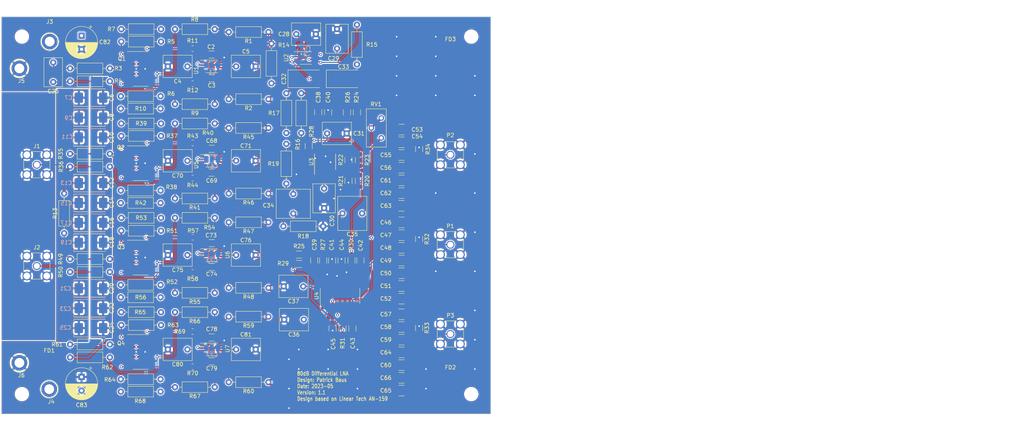
<source format=kicad_pcb>
(kicad_pcb (version 20221018) (generator pcbnew)
  (layers (0 "F.Cu" signal) (1 "In1.Cu" power) (2 "In2.Cu" power) (31 "B.Cu" signal) (34 "B.Paste" user) (35 "F.Paste" user) (36 "B.SilkS" user "B.Silkscreen") (37 "F.SilkS" user "F.Silkscreen") (38 "B.Mask" user) (39 "F.Mask" user) (44 "Edge.Cuts" user))
  (net 0 "")
  (net 1 "/Input Filter/In+")
  (net 2 "/Input Filter/In-")
  (net 3 "/Input Filter/Out+")
  (net 4 "/Input Filter/Out-")
  (net 5 "/2nd stage differential/OUT-")
  (net 6 "/2nd stage differential/OUT+")
  (net 7 "Net-(U3B-+)")
  (net 8 "Net-(U3D--)")
  (net 9 "/Preamplifier/OUT+")
  (net 10 "Net-(C2-Pad2)")
  (net 11 "Net-(C3-Pad2)")
  (net 12 "Net-(U4D--)")
  (net 13 "/Preamplifier/OUT-")
  (net 14 "Net-(C1-Pad1)")
  (net 15 "GND")
  (net 16 "/2nd stage differential/IN+")
  (net 17 "/2nd stage differential/IN-")
  (net 18 "Net-(U3D-+)")
  (net 19 "Net-(U4D-+)")
  (net 20 "Net-(U4C--)")
  (net 21 "Net-(C27-Pad1)")
  (net 22 "Net-(C32-Pad1)")
  (net 23 "Net-(C33-Pad1)")
  (net 24 "Net-(U4B--)")
  (net 25 "Net-(U4C-+)")
  (net 26 "Net-(C34-Pad2)")
  (net 27 "Net-(U4B-+)")
  (net 28 "Net-(U4A--)")
  (net 29 "/Preamplifier 4/OUT+")
  (net 30 "/Preamplifier 4/OUT-")
  (net 31 "Net-(Q1B-C)")
  (net 32 "Net-(Q1B-B)")
  (net 33 "Net-(Q1A-E)")
  (net 34 "Net-(C34-Pad1)")
  (net 35 "Net-(R23-Pad1)")
  (net 36 "Net-(Q1C-E)")
  (net 37 "Net-(Q1A-C)")
  (net 38 "Net-(Q1A-B)")
  (net 39 "Net-(Q2B-C)")
  (net 40 "Net-(Q2B-B)")
  (net 41 "Net-(Q2A-E)")
  (net 42 "Net-(Q2C-E)")
  (net 43 "/Output/OUT")
  (net 44 "Net-(C38-Pad2)")
  (net 45 "Net-(C39-Pad2)")
  (net 46 "Net-(C42-Pad2)")
  (net 47 "Net-(C43-Pad2)")
  (net 48 "Net-(Q2A-C)")
  (net 49 "Net-(Q2A-B)")
  (net 50 "/Output/OUT_100kHz")
  (net 51 "/Output/OUT_1MHz")
  (net 52 "Net-(Q3B-C)")
  (net 53 "Net-(Q3B-B)")
  (net 54 "Net-(Q3A-E)")
  (net 55 "Net-(C67-Pad1)")
  (net 56 "/Preamplifier 2/OUT+")
  (net 57 "Net-(C68-Pad2)")
  (net 58 "Net-(C69-Pad2)")
  (net 59 "/Preamplifier 2/OUT-")
  (net 60 "Net-(Q3C-E)")
  (net 61 "Net-(Q3A-C)")
  (net 62 "Net-(Q3A-B)")
  (net 63 "Net-(Q4B-C)")
  (net 64 "Net-(Q4B-B)")
  (net 65 "Net-(Q4A-E)")
  (net 66 "Net-(Q4C-E)")
  (net 67 "Net-(C72-Pad1)")
  (net 68 "/Preamplifier 3/OUT+")
  (net 69 "Net-(C73-Pad2)")
  (net 70 "Net-(C74-Pad2)")
  (net 71 "/Preamplifier 3/OUT-")
  (net 72 "Net-(Q4A-C)")
  (net 73 "Net-(Q4A-B)")
  (net 74 "Net-(U3A-+)")
  (net 75 "Net-(U3A--)")
  (net 76 "/Differential to single ended/OUT")
  (net 77 "Net-(U3C--)")
  (net 78 "/Final amplifier stage/OUT")
  (net 79 "Net-(C77-Pad1)")
  (net 80 "Net-(C78-Pad2)")
  (net 81 "Net-(C79-Pad2)")
  (net 89 "GNDPWR")
  (net 90 "/2nd stage differential/V+")
  (net 91 "/2nd stage differential/V-")
  (footprint "Potentiometer_THT:Potentiometer_Bourns_3296Y_Vertical" (layer "F.Cu") (at 117.028 75.988 -90)
    (fp_text reference "RV1")
    (fp_text value "1k")
  )
  (footprint "Package_SO:SOIC-14_3.9x8.7mm_P1.27mm" (layer "F.Cu") (at 55.56 82.465)
    (fp_text reference "Q2")
    (fp_text value "THAT300")
  )
  (footprint "TestPoint:TestPoint_Loop_D3.80mm_Drill2.5mm" (layer "F.Cu") (at 32.319 51.35)
    (fp_text reference "J3")
    (fp_text value "CONN_01X01")
  )
  (footprint "MountingHole:MountingHole_3.2mm_M3_DIN965" (layer "F.Cu") (at 140.015 141.52)
    (fp_text reference "H3" hide)
    (fp_text value "MountingHole")
  )
  (footprint "Resistor_THT:R_Axial_DIN0207_L6.3mm_D2.5mm_P10.16mm_Horizontal" (layer "F.Cu") (at 92.009 98.594)
    (fp_text reference "R18")
    (fp_text value "1k")
  )
  (footprint "Capacitor_Tantalum_SMD:CP_EIA-7343-31_Kemet-D" (layer "F.Cu") (at 97.597 60.875)
    (fp_text reference "C32")
    (fp_text value "330u")
  )
  (footprint "Capacitor_Tantalum_SMD:CP_EIA-7343-31_Kemet-D" (layer "F.Cu") (at 107.376 60.875)
    (fp_text reference "C33")
    (fp_text value "330u")
  )
  (footprint "MountingHole:MountingHole_3.2mm_M3_DIN965" (layer "F.Cu") (at 25.207 141.52)
    (fp_text reference "H4" hide)
    (fp_text value "MountingHole")
  )
  (footprint "Capacitor_Tantalum_SMD:CP_EIA-7343-43_Kemet-X" (layer "F.Cu") (at 42.86 65.701)
    (fp_text reference "C6")
    (fp_text value "150u")
  )
  (footprint "Capacitor_Tantalum_SMD:CP_EIA-7343-43_Kemet-X" (layer "F.Cu") (at 42.86 70.781)
    (fp_text reference "C8")
    (fp_text value "150u")
  )
  (footprint "Capacitor_Tantalum_SMD:CP_EIA-7343-43_Kemet-X" (layer "F.Cu") (at 42.86 75.861)
    (fp_text reference "C10")
    (fp_text value "150u")
  )
  (footprint "Capacitor_Tantalum_SMD:CP_EIA-7343-43_Kemet-X" (layer "F.Cu") (at 42.86 87.545)
    (fp_text reference "C12")
    (fp_text value "150u")
  )
  (footprint "Capacitor_Tantalum_SMD:CP_EIA-7343-43_Kemet-X" (layer "F.Cu") (at 42.86 92.625)
    (fp_text reference "C14")
    (fp_text value "150u")
  )
  (footprint "Capacitor_Tantalum_SMD:CP_EIA-7343-43_Kemet-X" (layer "F.Cu") (at 42.86 97.705)
    (fp_text reference "C16")
    (fp_text value "150u")
  )
  (footprint "Capacitor_Tantalum_SMD:CP_EIA-7343-43_Kemet-X" (layer "F.Cu") (at 42.86 102.785)
    (fp_text reference "C18")
    (fp_text value "150u")
  )
  (footprint "Capacitor_Tantalum_SMD:CP_EIA-7343-43_Kemet-X" (layer "F.Cu") (at 42.86 114.469)
    (fp_text reference "C20")
    (fp_text value "150u")
  )
  (footprint "Capacitor_Tantalum_SMD:CP_EIA-7343-43_Kemet-X" (layer "F.Cu") (at 42.86 119.549)
    (fp_text reference "C22")
    (fp_text value "150u")
  )
  (footprint "Capacitor_Tantalum_SMD:CP_EIA-7343-43_Kemet-X" (layer "F.Cu") (at 42.86 124.629)
    (fp_text reference "C24")
    (fp_text value "150u")
  )
  (footprint "Connector_Coaxial:SMA_Amphenol_901-144_Vertical" (layer "F.Cu") (at 134.681 80.306)
    (fp_text reference "P2")
    (fp_text value "SMA")
  )
  (footprint "Connector_Coaxial:SMA_Amphenol_901-144_Vertical" (layer "F.Cu") (at 29.017 82.846)
    (fp_text reference "J1")
    (fp_text value "SMA")
  )
  (footprint "Connector_Coaxial:SMA_Amphenol_901-144_Vertical" (layer "F.Cu") (at 29.017 108.754)
    (fp_text reference "J2")
    (fp_text value "SMA")
  )
  (footprint "TestPoint:TestPoint_Loop_D3.80mm_Drill2.5mm" (layer "F.Cu") (at 32.192 140.25)
    (fp_text reference "J4")
    (fp_text value "CONN_01X01")
  )
  (footprint "TestPoint:TestPoint_Loop_D3.80mm_Drill2.5mm" (layer "F.Cu") (at 24.572 58.208)
    (fp_text reference "J5")
    (fp_text value "CONN_01X01")
  )
  (footprint "TestPoint:TestPoint_Loop_D3.80mm_Drill2.5mm" (layer "F.Cu") (at 24.572 133.519)
    (fp_text reference "J6")
    (fp_text value "CONN_01X01")
  )
  (footprint "Connector_Coaxial:SMA_Amphenol_901-144_Vertical" (layer "F.Cu") (at 134.681 103.293)
    (fp_text reference "P1")
    (fp_text value "SMA")
  )
  (footprint "Connector_Coaxial:SMA_Amphenol_901-144_Vertical" (layer "F.Cu") (at 134.681 126.153)
    (fp_text reference "P3")
    (fp_text value "SMA")
  )
  (footprint "Resistor_SMD:R_1206_3216Metric" (layer "F.Cu") (at 96.02 108.246)
    (fp_text reference "R29")
    (fp_text value "4.02k")
  )
  (footprint "Resistor_SMD:R_1206_3216Metric" (layer "F.Cu") (at 102.169 107.3316 90)
    (fp_text reference "R27")
    (fp_text value "1.24k")
  )
  (footprint "Capacitor_SMD:C_1206_3216Metric" (layer "F.Cu") (at 109.662 124.7306 -90)
    (fp_text reference "C43")
    (fp_text value "1.5n")
  )
  (footprint "Fiducial:Fiducial_1mm_Mask2mm" (layer "F.Cu") (at 32.192 132.376)
    (fp_text reference "FD1")
    (fp_text value "FIDUCIAL")
  )
  (footprint "Fiducial:Fiducial_1mm_Mask2mm" (layer "F.Cu") (at 134.681 136.694)
    (fp_text reference "FD2")
    (fp_text value "FIDUCIAL")
  )
  (footprint "Fiducial:Fiducial_1mm_Mask2mm" (layer "F.Cu") (at 134.681 52.747)
    (fp_text reference "FD3")
    (fp_text value "FIDUCIAL")
  )
  (footprint "Package_SO:SOIC-14_3.9x8.7mm_P1.27mm" (layer "F.Cu") (at 55.56 58.335)
    (fp_text reference "Q1")
    (fp_text value "THAT300")
  )
  (footprint "Package_SO:SOIC-14_3.9x8.7mm_P1.27mm" (layer "F.Cu") (at 55.56 106.595)
    (fp_text reference "Q3")
    (fp_text value "THAT300")
  )
  (footprint "Package_SO:SOIC-14_3.9x8.7mm_P1.27mm" (layer "F.Cu") (at 55.56 130.725)
    (fp_text reference "Q4")
    (fp_text value "THAT300")
  )
  (footprint "Capacitor_THT:C_Rect_L7.2mm_W5.5mm_P5.00mm_FKS2_FKP2_MKS2_MKP2" (layer "F.Cu") (at 97.216 122.47 180)
    (fp_text reference "C36")
    (fp_text value "1u")
  )
  (footprint "Capacitor_THT:C_Rect_L7.2mm_W5.5mm_P5.00mm_FKS2_FKP2_MKS2_MKP2" (layer "F.Cu") (at 97.089 113.961 180)
    (fp_text reference "C37")
    (fp_text value "1u")
  )
  (footprint "Capacitor_SMD:C_1206_3216Metric" (layer "F.Cu") (at 73.697 54.652 180)
    (fp_text reference "C2")
    (fp_text value "33p")
  )
  (footprint "Capacitor_SMD:C_1206_3216Metric" (layer "F.Cu") (at 73.697 60.748 180)
    (fp_text reference "C3")
    (fp_text value "33p")
  )
  (footprint "Capacitor_THT:C_Rect_L7.2mm_W5.5mm_P5.00mm_FKS2_FKP2_MKS2_MKP2" (layer "F.Cu") (at 67.498 57.7 180)
    (fp_text reference "C4")
    (fp_text value "1u")
  )
  (footprint "Capacitor_THT:C_Rect_L7.2mm_W5.5mm_P5.00mm_FKS2_FKP2_MKS2_MKP2" (layer "F.Cu") (at 79.944 57.7)
    (fp_text reference "C5")
    (fp_text value "1u")
  )
  (footprint "Capacitor_THT:C_Rect_L7.2mm_W4.5mm_P5.00mm_FKS2_FKP2_MKS2_MKP2" (layer "F.Cu") (at 33.208 56.684 -90)
    (fp_text reference "C26")
    (fp_text value "2.2n")
  )
  (footprint "Capacitor_THT:C_Rect_L7.2mm_W5.5mm_P5.00mm_FKS2_FKP2_MKS2_MKP2" (layer "F.Cu") (at 95.311 49.445)
    (fp_text reference "C28")
    (fp_text value "1u")
  )
  (footprint "Capacitor_THT:C_Rect_L7.2mm_W5.5mm_P5.00mm_FKS2_FKP2_MKS2_MKP2" (layer "F.Cu") (at 105.725 53.128 90)
    (fp_text reference "C29")
    (fp_text value "1u")
  )
  (footprint "Capacitor_THT:C_Rect_L7.2mm_W5.5mm_P5.00mm_FKS2_FKP2_MKS2_MKP2" (layer "F.Cu") (at 102.423 88.942 -90)
    (fp_text reference "C30")
    (fp_text value "1u")
  )
  (footprint "Capacitor_THT:C_Rect_L7.2mm_W5.5mm_P5.00mm_FKS2_FKP2_MKS2_MKP2" (layer "F.Cu") (at 103.185 74.845)
    (fp_text reference "C31")
    (fp_text value "1u")
  )
  (footprint "Capacitor_THT:C_Rect_L7.2mm_W8.5mm_P5.00mm_FKP2_FKP2_MKS2_MKP2" (layer "F.Cu") (at 94.549 95.339 90)
    (fp_text reference "C34")
    (fp_text value "4.7u")
  )
  (footprint "Capacitor_THT:C_Rect_L7.2mm_W8.5mm_P5.00mm_FKP2_FKP2_MKS2_MKP2" (layer "F.Cu") (at 112.122 95.292 180)
    (fp_text reference "C35")
    (fp_text value "4.7u")
  )
  (footprint "Capacitor_SMD:C_1206_3216Metric" (layer "F.Cu") (at 100.899 69.408 90)
    (fp_text reference "C38")
    (fp_text value "120p")
  )
  (footprint "Capacitor_SMD:C_1206_3216Metric" (layer "F.Cu") (at 99.883 107.333 90)
    (fp_text reference "C39")
    (fp_text value "1.2n")
  )
  (footprint "Capacitor_SMD:C_1206_3216Metric" (layer "F.Cu") (at 103.439 69.408 90)
    (fp_text reference "C40")
    (fp_text value "100p")
  )
  (footprint "Capacitor_SMD:C_1206_3216Metric" (layer "F.Cu") (at 104.455 107.333 90)
    (fp_text reference "C41")
    (fp_text value "1n")
  )
  (footprint "Capacitor_SMD:C_1206_3216Metric" (layer "F.Cu") (at 111.694 107.333 90)
    (fp_text reference "C42")
    (fp_text value "150p")
  )
  (footprint "Capacitor_SMD:C_1206_3216Metric" (layer "F.Cu") (at 106.868 107.333 90)
    (fp_text reference "C44")
    (fp_text value "22p")
  )
  (footprint "Capacitor_SMD:C_1206_3216Metric" (layer "F.Cu") (at 104.582 124.732 -90)
    (fp_text reference "C45")
    (fp_text value "220p")
  )
  (footprint "Capacitor_SMD:C_1210_3225Metric" (layer "F.Cu") (at 122.195 97.608 180)
    (fp_text reference "C46")
    (fp_text value "100u")
  )
  (footprint "Capacitor_SMD:C_1210_3225Metric" (layer "F.Cu") (at 122.195 100.858 180)
    (fp_text reference "C47")
    (fp_text value "100u")
  )
  (footprint "Capacitor_SMD:C_1210_3225Metric" (layer "F.Cu") (at 122.195 104.108 180)
    (fp_text reference "C48")
    (fp_text value "100u")
  )
  (footprint "Capacitor_SMD:C_1210_3225Metric" (layer "F.Cu") (at 122.22 107.358 180)
    (fp_text reference "C49")
    (fp_text value "100u")
  )
  (footprint "Capacitor_SMD:C_1210_3225Metric" (layer "F.Cu") (at 122.195 110.608 180)
    (fp_text reference "C50")
    (fp_text value "100u")
  )
  (footprint "Capacitor_SMD:C_1210_3225Metric" (layer "F.Cu") (at 122.195 113.858 180)
    (fp_text reference "C51")
    (fp_text value "100u")
  )
  (footprint "Capacitor_SMD:C_1210_3225Metric" (layer "F.Cu") (at 122.195 117.108 180)
    (fp_text reference "C52")
    (fp_text value "100u")
  )
  (footprint "Capacitor_SMD:C_1210_3225Metric" (layer "F.Cu") (at 122.195 73.858 180)
    (fp_text reference "C53")
    (fp_text value "100u")
  )
  (footprint "Capacitor_SMD:C_1210_3225Metric" (layer "F.Cu") (at 122.195 77.108 180)
    (fp_text reference "C54")
    (fp_text value "100u")
  )
  (footprint "Capacitor_SMD:C_1210_3225Metric" (layer "F.Cu") (at 122.195 80.358 180)
    (fp_text reference "C55")
    (fp_text value "100u")
  )
  (footprint "Capacitor_SMD:C_1210_3225Metric" (layer "F.Cu") (at 122.195 83.608 180)
    (fp_text reference "C56")
    (fp_text value "100u")
  )
  (footprint "Capacitor_SMD:C_1210_3225Metric" (layer "F.Cu") (at 122.195 121.108 180)
    (fp_text reference "C57")
    (fp_text value "100u")
  )
  (footprint "Capacitor_SMD:C_1210_3225Metric" (layer "F.Cu") (at 122.195 124.358 180)
    (fp_text reference "C58")
    (fp_text value "100u")
  )
  (footprint "Capacitor_SMD:C_1210_3225Metric" (layer "F.Cu") (at 122.195 127.608 180)
    (fp_text reference "C59")
    (fp_text value "100u")
  )
  (footprint "Capacitor_SMD:C_1210_3225Metric" (layer "F.Cu") (at 122.195 134.108 180)
    (fp_text reference "C60")
    (fp_text value "100u")
  )
  (footprint "Capacitor_SMD:C_1210_3225Metric" (layer "F.Cu") (at 122.195 86.858 180)
    (fp_text reference "C61")
    (fp_text value "100u")
  )
  (footprint "Capacitor_SMD:C_1210_3225Metric" (layer "F.Cu") (at 122.195 90.108 180)
    (fp_text reference "C62")
    (fp_text value "100u")
  )
  (footprint "Capacitor_SMD:C_1210_3225Metric" (layer "F.Cu") (at 122.195 93.358 180)
    (fp_text reference "C63")
    (fp_text value "100u")
  )
  (footprint "Capacitor_SMD:C_1210_3225Metric" (layer "F.Cu") (at 122.195 130.858 180)
    (fp_text reference "C64")
    (fp_text value "100u")
  )
  (footprint "Capacitor_SMD:C_1210_3225Metric" (layer "F.Cu") (at 122.195 140.608 180)
    (fp_text reference "C65")
    (fp_text value "100u")
  )
  (footprint "Capacitor_SMD:C_1210_3225Metric" (layer "F.Cu") (at 122.195 137.358 180)
    (fp_text reference "C66")
    (fp_text value "100u")
  )
  (footprint "Capacitor_SMD:C_1206_3216Metric" (layer "F.Cu") (at 73.697 78.782 180)
    (fp_text reference "C68")
    (fp_text value "33p")
  )
  (footprint "Capacitor_SMD:C_1206_3216Metric" (layer "F.Cu") (at 73.697 84.878 180)
    (fp_text reference "C69")
    (fp_text value "33p")
  )
  (footprint "Capacitor_THT:C_Rect_L7.2mm_W5.5mm_P5.00mm_FKS2_FKP2_MKS2_MKP2" (layer "F.Cu") (at 67.498 81.83 180)
    (fp_text reference "C70")
    (fp_text value "1u")
  )
  (footprint "Capacitor_THT:C_Rect_L7.2mm_W5.5mm_P5.00mm_FKS2_FKP2_MKS2_MKP2" (layer "F.Cu") (at 79.944 81.83)
    (fp_text reference "C71")
    (fp_text value "1u")
  )
  (footprint "Capacitor_SMD:C_1206_3216Metric" (layer "F.Cu") (at 73.697 102.912 180)
    (fp_text reference "C73")
    (fp_text value "33p")
  )
  (footprint "Capacitor_SMD:C_1206_3216Metric" (layer "F.Cu") (at 73.697 109.008 180)
    (fp_text reference "C74")
    (fp_text value "33p")
  )
  (footprint "Capacitor_THT:C_Rect_L7.2mm_W5.5mm_P5.00mm_FKS2_FKP2_MKS2_MKP2" (layer "F.Cu") (at 67.498 105.96 180)
    (fp_text reference "C75")
    (fp_text value "1u")
  )
  (footprint "Capacitor_THT:C_Rect_L7.2mm_W5.5mm_P5.00mm_FKS2_FKP2_MKS2_MKP2" (layer "F.Cu") (at 79.944 105.96)
    (fp_text reference "C76")
    (fp_text value "1u")
  )
  (footprint "Capacitor_SMD:C_1206_3216Metric" (layer "F.Cu") (at 73.697 127.042 180)
    (fp_text reference "C78")
    (fp_text value "33p")
  )
  (footprint "Capacitor_SMD:C_1206_3216Metric" (layer "F.Cu") (at 73.697 133.138 180)
    (fp_text reference "C79")
    (fp_text value "33p")
  )
  (footprint "Capacitor_THT:C_Rect_L7.2mm_W5.5mm_P5.00mm_FKS2_FKP2_MKS2_MKP2" (layer "F.Cu") (at 67.498 130.09 180)
    (fp_text reference "C80")
    (fp_text value "1u")
  )
  (footprint "Capacitor_THT:C_Rect_L7.2mm_W5.5mm_P5.00mm_FKS2_FKP2_MKS2_MKP2" (layer "F.Cu") (at 79.944 130.09)
    (fp_text reference "C81")
    (fp_text value "1u")
  )
  (footprint "Capacitor_THT:CP_Radial_D8.0mm_P3.50mm" (layer "F.Cu") (at 40.447 49.826 -90)
    (fp_text reference "C82")
    (fp_text value "180u")
  )
  (footprint "Capacitor_THT:CP_Radial_D8.0mm_P3.50mm" (layer "F.Cu") (at 40.447 137.131 -90)
    (fp_text reference "C83")
    (fp_text value "180u")
  )
  (footprint "Resistor_THT:R_Axial_DIN0207_L6.3mm_D2.5mm_P10.16mm_Horizontal" (layer "F.Cu") (at 88.199 48.908 180)
    (fp_text reference "R1")
    (fp_text value "100")
  )
  (footprint "Resistor_THT:R_Axial_DIN0207_L6.3mm_D2.5mm_P10.16mm_Horizontal" (layer "F.Cu") (at 88.199 66.082 180)
    (fp_text reference "R2")
    (fp_text value "100")
  )
  (footprint "Resistor_THT:R_Axial_DIN0207_L6.3mm_D2.5mm_P10.16mm_Horizontal" (layer "F.Cu") (at 47.686 58.208 180)
    (fp_text reference "R3")
    (fp_text value "49.9")
  )
  (footprint "Resistor_THT:R_Axial_DIN0207_L6.3mm_D2.5mm_P10.16mm_Horizontal" (layer "F.Cu") (at 47.686 61.51 180)
    (fp_text reference "R4")
    (fp_text value "49.9")
  )
  (footprint "Resistor_THT:R_Axial_DIN0207_L6.3mm_D2.5mm_P10.16mm_Horizontal" (layer "F.Cu") (at 60.767 51.35 180)
    (fp_text reference "R5")
    (fp_text value "4.02k")
  )
  (footprint "Resistor_THT:R_Axial_DIN0207_L6.3mm_D2.5mm_P10.16mm_Horizontal" (layer "F.Cu") (at 50.48 65.32)
    (fp_text reference "R6")
    (fp_text value "4.02k")
  )
  (footprint "Resistor_THT:R_Axial_DIN0207_L6.3mm_D2.5mm_P10.16mm_Horizontal" (layer "F.Cu") (at 60.767 48.175 180)
    (fp_text reference "R7")
    (fp_text value "4.02k")
  )
  (footprint "Resistor_THT:R_Axial_DIN0207_L6.3mm_D2.5mm_P10.16mm_Horizontal" (layer "F.Cu") (at 74.483 48.175 180)
    (fp_text reference "R8")
    (fp_text value "1.3k")
  )
  (footprint "Resistor_THT:R_Axial_DIN0207_L6.3mm_D2.5mm_P10.16mm_Horizontal" (layer "F.Cu") (at 74.483 67.352 180)
    (fp_text reference "R9")
    (fp_text value "1.3k")
  )
  (footprint "Resistor_THT:R_Axial_DIN0207_L6.3mm_D2.5mm_P10.16mm_Horizontal" (layer "F.Cu") (at 50.48 68.495)
    (fp_text reference "R10")
    (fp_text value "4.02k")
  )
  (footprint "Resistor_SMD:R_0805_2012Metric" (layer "F.Cu") (at 68.829 53.128 180)
    (fp_text reference "R11")
    (fp_text value "1k")
  )
  (footprint "Resistor_SMD:R_0805_2012Metric" (layer "F.Cu") (at 68.829 62.145 180)
    (fp_text reference "R12")
    (fp_text value "1k")
  )
  (footprint "Resistor_THT:R_Axial_DIN0207_L6.3mm_D2.5mm_P10.16mm_Horizontal" (layer "F.Cu") (at 36.002 100.372 90)
    (fp_text reference "R13")
    (fp_text value "1k")
  )
  (footprint "Resistor_THT:R_Axial_DIN0207_L6.3mm_D2.5mm_P10.16mm_Horizontal" (layer "F.Cu") (at 88.961 62.018 90)
    (fp_text reference "R14")
    (fp_text value "249")
  )
  (footprint "Resistor_THT:R_Axial_DIN0207_L6.3mm_D2.5mm_P10.16mm_Horizontal" (layer "F.Cu") (at 110.805 47.032 -90)
    (fp_text reference "R15")
    (fp_text value "249")
  )
  (footprint "Resistor_THT:R_Axial_DIN0207_L6.3mm_D2.5mm_P10.16mm_Horizontal" (layer "F.Cu") (at 96.581 74.718 90)
    (fp_text reference "R16")
    (fp_text value "475")
  )
  (footprint "Resistor_THT:R_Axial_DIN0207_L6.3mm_D2.5mm_P10.16mm_Horizontal" (layer "F.Cu") (at 92.771 74.718 90)
    (fp_text reference "R17")
    (fp_text value "475")
  )
  (footprint "Resistor_THT:R_Axial_DIN0207_L6.3mm_D2.5mm_P10.16mm_Horizontal" (layer "F.Cu") (at 92.771 87.672 90)
    (fp_text reference "R19")
    (fp_text value "1k")
  )
  (footprint "Resistor_SMD:R_1206_3216Metric" (layer "F.Cu") (at 111.313 86.984 90)
    (fp_text reference "R20")
    (fp_text value "2k")
  )
  (footprint "Resistor_SMD:R_1206_3216Metric" (layer "F.Cu") (at 108.646 86.984 -90)
    (fp_text reference "R21")
    (fp_text value "5.76k")
  )
  (footprint "Resistor_SMD:R_1206_3216Metric" (layer "F.Cu") (at 108.646 81.65 -90)
    (fp_text reference "R22")
    (fp_text value "100")
  )
  (footprint "Resistor_SMD:R_1206_3216Metric" (layer "F.Cu") (at 111.313 81.65 90)
    (fp_text reference "R23")
    (fp_text value "1.5k")
  )
  (footprint "Resistor_SMD:R_1206_3216Metric" (layer "F.Cu") (at 110.805 69.458 -90)
    (fp_text reference "R24")
    (fp_text value "1.69k")
  )
  (footprint "Resistor_SMD:R_1206_3216Metric" (layer "F.Cu") (at 96.02 105.833 180)
    (fp_text reference "R25")
    (fp_text value "1.69k")
  )
  (footprint "Resistor_SMD:R_1206_3216Metric" (layer "F.Cu") (at 108.265 69.458 90)
    (fp_text reference "R26")
    (fp_text value "1.24k")
  )
  (footprint "Resistor_SMD:R_1206_3216Metric" (layer "F.Cu") (at 98.486 78.094 -90)
    (fp_text reference "R28")
    (fp_text value "4.02k")
  )
  (footprint "Resistor_SMD:R_1206_3216Metric" (layer "F.Cu") (at 109.408 107.3316 90)
    (fp_text reference "R30")
    (fp_text value "2.15k")
  )
  (footprint "Resistor_SMD:R_1206_3216Metric" (layer "F.Cu") (at 107.122 124.7306 -90)
    (fp_text reference "R31")
    (fp_text value "2.15k")
  )
  (footprint "Resistor_SMD:R_1206_3216Metric" (layer "F.Cu") (at 126.695 101.858 -90)
    (fp_text reference "R32")
    (fp_text value "49.9")
  )
  (footprint "Resistor_SMD:R_1206_3216Metric" (layer "F.Cu") (at 126.695 124.608 -90)
    (fp_text reference "R33")
    (fp_text value "49.9")
  )
  (footprint "Resistor_SMD:R_1206_3216Metric" (layer "F.Cu") (at 126.695 78.858 -90)
    (fp_text reference "R34")
    (fp_text value "49.9")
  )
  (footprint "Resistor_THT:R_Axial_DIN0207_L6.3mm_D2.5mm_P10.16mm_Horizontal" (layer "F.Cu") (at 47.686 80.052 180)
    (fp_text reference "R35")
    (fp_text value "49.9")
  )
  (footprint "Resistor_THT:R_Axial_DIN0207_L6.3mm_D2.5mm_P10.16mm_Horizontal" (layer "F.Cu") (at 47.686 83.354 180)
    (fp_text reference "R36")
    (fp_text value "49.9")
  )
  (footprint "Resistor_THT:R_Axial_DIN0207_L6.3mm_D2.5mm_P10.16mm_Horizontal" (layer "F.Cu") (at 60.767 75.48 180)
    (fp_text reference "R37")
    (fp_text value "4.02k")
  )
  (footprint "Resistor_THT:R_Axial_DIN0207_L6.3mm_D2.5mm_P10.16mm_Horizontal" (layer "F.Cu") (at 50.48 89.45)
    (fp_text reference "R38")
    (fp_text value "4.02k")
  )
  (footprint "Resistor_THT:R_Axial_DIN0207_L6.3mm_D2.5mm_P10.16mm_Horizontal" (layer "F.Cu") (at 60.767 72.305 180)
    (fp_text reference "R39")
    (fp_text value "4.02k")
  )
  (footprint "Resistor_THT:R_Axial_DIN0207_L6.3mm_D2.5mm_P10.16mm_Horizontal" (layer "F.Cu") (at 74.483 72.305 180)
    (fp_text reference "R40")
    (fp_text value "1.3k")
  )
  (footprint "Resistor_THT:R_Axial_DIN0207_L6.3mm_D2.5mm_P10.16mm_Horizontal" (layer "F.Cu") (at 74.483 91.482 180)
    (fp_text reference "R41")
    (fp_text value "1.3k")
  )
  (footprint "Resistor_THT:R_Axial_DIN0207_L6.3mm_D2.5mm_P10.16mm_Horizontal" (layer "F.Cu") (at 50.48 92.625)
    (fp_text reference "R42")
    (fp_text value "4.02k")
  )
  (footprint "Resistor_SMD:R_0805_2012Metric" (layer "F.Cu") (at 68.829 77.258 180)
    (fp_text reference "R43")
    (fp_text value "1k")
  )
  (footprint "Resistor_SMD:R_0805_2012Metric" (layer "F.Cu") (at 68.829 86.275 180)
    (fp_text reference "R44")
    (fp_text value "1k")
  )
  (footprint "Resistor_THT:R_Axial_DIN0207_L6.3mm_D2.5mm_P10.16mm_Horizontal" (layer "F.Cu") (at 88.199 73.448 180)
    (fp_text reference "R45")
    (fp_text value "100")
  )
  (footprint "Resistor_THT:R_Axial_DIN0207_L6.3mm_D2.5mm_P10.16mm_Horizontal" (layer "F.Cu") (at 88.199 90.212 180)
    (fp_text reference "R46")
    (fp_text value "100")
  )
  (footprint "Resistor_THT:R_Axial_DIN0207_L6.3mm_D2.5mm_P10.16mm_Horizontal" (layer "F.Cu") (at 88.199 97.578 180)
    (fp_text reference "R47")
    (fp_text value "100")
  )
  (footprint "Resistor_THT:R_Axial_DIN0207_L6.3mm_D2.5mm_P10.16mm_Horizontal" (layer "F.Cu") (at 88.199 114.342 180)
    (fp_text reference "R48")
    (fp_text value "100")
  )
  (footprint "Resistor_THT:R_Axial_DIN0207_L6.3mm_D2.5mm_P10.16mm_Horizontal" (layer "F.Cu") (at 47.686 106.976 180)
    (fp_text reference "R49")
    (fp_text value "49.9")
  )
  (footprint "Resistor_THT:R_Axial_DIN0207_L6.3mm_D2.5mm_P10.16mm_Horizontal" (layer "F.Cu") (at 47.686 110.278 180)
    (fp_text reference "R50")
    (fp_text value "49.9")
  )
  (footprint "Resistor_THT:R_Axial_DIN0207_L6.3mm_D2.5mm_P10.16mm_Horizontal" (layer "F.Cu") (at 60.767 99.737 180)
    (fp_text reference "R51")
    (fp_text value "4.02k")
  )
  (footprint "Resistor_THT:R_Axial_DIN0207_L6.3mm_D2.5mm_P10.16mm_Horizontal" (layer "F.Cu") (at 50.48 113.58)
    (fp_text reference "R52")
    (fp_text value "4.02k")
  )
  (footprint "Resistor_THT:R_Axial_DIN0207_L6.3mm_D2.5mm_P10.16mm_Horizontal" (layer "F.Cu") (at 60.767 96.435 180)
    (fp_text reference "R53")
    (fp_text value "4.02k")
  )
  (footprint "Resistor_THT:R_Axial_DIN0207_L6.3mm_D2.5mm_P10.16mm_Horizontal" (layer "F.Cu") (at 74.483 96.435 180)
    (fp_text reference "R54")
    (fp_text value "1.3k")
  )
  (footprint "Resistor_THT:R_Axial_DIN0207_L6.3mm_D2.5mm_P10.16mm_Horizontal" (layer "F.Cu") (at 74.483 115.612 180)
    (fp_text reference "R55")
    (fp_text value "1.3k")
  )
  (footprint "Resistor_THT:R_Axial_DIN0207_L6.3mm_D2.5mm_P10.16mm_Horizontal" (layer "F.Cu") (at 50.48 116.755)
    (fp_text reference "R56")
    (fp_text value "4.02k")
  )
  (footprint "Resistor_SMD:R_0805_2012Metric" (layer "F.Cu") (at 68.829 101.388 180)
    (fp_text reference "R57")
    (fp_text value "1k")
  )
  (footprint "Resistor_SMD:R_0805_2012Metric" (layer "F.Cu") (at 68.829 110.405 180)
    (fp_text reference "R58")
    (fp_text value "1k")
  )
  (footprint "Resistor_THT:R_Axial_DIN0207_L6.3mm_D2.5mm_P10.16mm_Horizontal" (layer "F.Cu") (at 88.199 121.708 180)
    (fp_text reference "R59")
    (fp_text value "100")
  )
  (footprint "Resistor_THT:R_Axial_DIN0207_L6.3mm_D2.5mm_P10.16mm_Horizontal" (layer "F.Cu") (at 88.199 138.472 180)
    (fp_text reference "R60")
    (fp_text value "100")
  )
  (footprint "Resistor_THT:R_Axial_DIN0207_L6.3mm_D2.5mm_P10.16mm_Horizontal" (layer "F.Cu") (at 47.686 128.82 180)
    (fp_text reference "R61")
    (fp_text value "49.9")
  )
  (footprint "Resistor_THT:R_Axial_DIN0207_L6.3mm_D2.5mm_P10.16mm_Horizontal" (layer "F.Cu") (at 47.686 132.122 180)
    (fp_text reference "R62")
    (fp_text value "49.9")
  )
  (footprint "Resistor_THT:R_Axial_DIN0207_L6.3mm_D2.5mm_P10.16mm_Horizontal" (layer "F.Cu") (at 60.767 123.867 180)
    (fp_text reference "R63")
    (fp_text value "4.02k")
  )
  (footprint "Resistor_THT:R_Axial_DIN0207_L6.3mm_D2.5mm_P10.16mm_Horizontal" (layer "F.Cu") (at 50.48 137.71)
    (fp_text reference "R64")
    (fp_text value "4.02k")
  )
  (footprint "Resistor_THT:R_Axial_DIN0207_L6.3mm_D2.5mm_P10.16mm_Horizontal" (layer "F.Cu") (at 60.767 120.565 180)
    (fp_text reference "R65")
    (fp_text value "4.02k")
  )
  (footprint "Resistor_THT:R_Axial_DIN0207_L6.3mm_D2.5mm_P10.16mm_Horizontal" (layer "F.Cu") (at 74.483 120.565 180)
    (fp_text reference "R66")
    (fp_text value "1.3k")
  )
  (footprint "Resistor_THT:R_Axial_DIN0207_L6.3mm_D2.5mm_P10.16mm_Horizontal" (layer "F.Cu") (at 74.483 139.742 180)
    (fp_text reference "R67")
    (fp_text value "1.3k")
  )
  (footprint "Resistor_THT:R_Axial_DIN0207_L6.3mm_D2.5mm_P10.16mm_Horizontal" (layer "F.Cu") (at 50.48 140.885)
    (fp_text reference "R68")
    (fp_text value "4.02k")
  )
  (footprint "Resistor_SMD:R_0805_2012Metric" (layer "F.Cu") (at 68.829 125.518 180)
    (fp_text reference "R69")
    (fp_text value "1k")
  )
  (footprint "Resistor_SMD:R_0805_2012Metric" (layer "F.Cu") (at 68.829 134.535 180)
    (fp_text reference "R70")
    (fp_text value "1k")
  )
  (footprint "Package_SO:MSOP-8_3x3mm_P0.65mm" (layer "F.Cu") (at 73.721 57.7)
    (fp_text reference "U1")
    (fp_text value "LT1994")
  )
  (footprint "Package_SO:MSOP-8_3x3mm_P0.65mm" (layer "F.Cu") (at 97.724 55.541)
    (fp_text reference "U2")
    (fp_text value "LT1994")
  )
  (footprint "Package_SO:SOIC-16_3.9x9.9mm_P1.27mm" (layer "F.Cu") (at 106.487 116.374 90)
    (fp_text reference "U4")
    (fp_text value "LT1365")
  )
  (footprint "Package_SO:MSOP-8_3x3mm_P0.65mm" (layer "F.Cu") (at 73.721 81.83)
    (fp_text reference "U5")
    (fp_text value "LT1994")
  )
  (footprint "Package_SO:MSOP-8_3x3mm_P0.65mm" (layer "F.Cu") (at 73.721 105.96)
    (fp_text reference "U6")
    (fp_text value "LT1994")
  )
  (footprint "Package_SO:MSOP-8_3x3mm_P0.65mm" (layer "F.Cu") (at 73.721 130.09)
    (fp_text reference "U7")
    (fp_text value "LT1994")
  )
  (footprint "MountingHole:MountingHole_3.2mm_M3_DIN965" (layer "F.Cu") (at 140.015 50.08)
    (fp_text reference "H2" hide)
    (fp_text value "MountingHole")
  )
  (footprint "MountingHole:MountingHole_3.2mm_M3_DIN965" (layer "F.Cu") (at 25.207 50.08)
    (fp_text reference "H1" hide)
    (fp_text value "MountingHole")
  )
  (footprint "Package_SO:SSOP-16_3.9x4.9mm_P0.635mm" (layer "F.Cu") (at 102.695 82.108 90)
    (fp_text reference "U3")
    (fp_text value "LT6232")
  )
  (footprint "Capacitor_Tantalum_SMD:CP_EIA-7343-43_Kemet-X" (layer "B.Cu") (at 42.86 65.701)
    (fp_text reference "C7")
    (fp_text value "150u")
  )
  (footprint "Capacitor_Tantalum_SMD:CP_EIA-7343-43_Kemet-X" (layer "B.Cu") (at 42.86 70.781)
    (fp_text reference "C9")
    (fp_text value "150u")
  )
  (footprint "Capacitor_Tantalum_SMD:CP_EIA-7343-43_Kemet-X" (layer "B.Cu") (at 42.86 75.861)
    (fp_text reference "C11")
    (fp_text value "150u")
  )
  (footprint "Capacitor_Tantalum_SMD:CP_EIA-7343-43_Kemet-X" (layer "B.Cu") (at 42.86 87.545)
    (fp_text reference "C13")
    (fp_text value "150u")
  )
  (footprint "Capacitor_Tantalum_SMD:CP_EIA-7343-43_Kemet-X" (layer "B.Cu") (at 42.86 92.625)
    (fp_text reference "C15")
    (fp_text value "150u")
  )
  (footprint "Capacitor_Tantalum_SMD:CP_EIA-7343-43_Kemet-X" (layer "B.Cu") (at 42.86 97.705)
    (fp_text reference "C17")
    (fp_text value "150u")
  )
  (footprint "Capacitor_Tantalum_SMD:CP_EIA-7343-43_Kemet-X" (layer "B.Cu") (at 42.86 102.785)
    (fp_text reference "C19")
    (fp_text value "150u")
  )
  (footprint "Capacitor_Tantalum_SMD:CP_EIA-7343-43_Kemet-X" (layer "B.Cu") (at 42.86 114.469)
    (fp_text reference "C21")
    (fp_text value "150u")
  )
  (footprint "Capacitor_Tantalum_SMD:CP_EIA-7343-43_Kemet-X" (layer "B.Cu") (at 42.86 119.549)
    (fp_text reference "C23")
    (fp_text value "150u")
  )
  (footprint "Capacitor_Tantalum_SMD:CP_EIA-7343-43_Kemet-X" (layer "B.Cu") (at 42.86 124.629)
    (fp_text reference "C25")
    (fp_text value "150u")
  )
  (footprint "Capacitor_SMD:C_1206_3216Metric" (layer "B.Cu") (at 73.824 57.319)
    (fp_text reference "C1")
    (fp_text value "1u")
  )
  (footprint "Capacitor_SMD:C_1206_3216Metric" (layer "B.Cu") (at 96.581 53.787 90)
    (fp_text reference "C27")
    (fp_text value "1u")
  )
  (footprint "Capacitor_SMD:C_1206_3216Metric" (layer "B.Cu") (at 73.824 81.449)
    (fp_text reference "C67")
    (fp_text value "1u")
  )
  (footprint "Capacitor_SMD:C_1206_3216Metric" (layer "B.Cu") (at 73.824 105.579)
    (fp_text reference "C72")
    (fp_text value "1u")
  )
  (footprint "Capacitor_SMD:C_1206_3216Metric" (layer "B.Cu") (at 73.824 129.709)
    (fp_text reference "C77")
    (fp_text value "1u")
  )
  (gr_line (start 20 45) (end 20 146.6) (stroke (width 0.1)) (layer "Edge.Cuts"))
  (gr_line (start 20 45) (end 144.968 45) (stroke (width 0.1)) (layer "Edge.Cuts"))
  (gr_line (start 144.968 45) (end 144.968 146.6) (stroke (width 0.1)) (layer "Edge.Cuts"))
  (gr_line (start 20 146.6) (end 144.968 146.6) (stroke (width 0.1)) (layer "Edge.Cuts"))
  (gr_text "80dB Differential LNA\nDesign: Patrick Baus\nDate: 2023-05\nVersion: 1.1\nDesign based on Linear Tech AN-159" (at 95.438 139.488) (layer "F.SilkS") (effects (font (size 1 0.8)) (justify left)))
  (segment (start 29.017 82.846) (end 33.081 82.846) (width 0.25) (layer "F.Cu") (net 1))
  (segment (start 33.716 82.846) (end 34.183 82.846) (width 0.25) (layer "F.Cu") (net 1))
  (segment (start 33.081 82.846) (end 33.716 82.846) (width 0.25) (layer "F.Cu") (net 1))
  (segment (start 35.24 81.322) (end 35.24 77.385) (width 0.25) (layer "F.Cu") (net 1))
  (segment (start 35.24 77.385) (end 36.764 75.861) (width 0.25) (layer "F.Cu") (net 1))
  (segment (start 36.764 75.861) (end 39.685 75.861) (width 0.25) (layer "F.Cu") (net 1))
  (segment (start 35.494 113.707) (end 36.256 114.469) (width 0.25) (layer "B.Cu") (net 2))
  (segment (start 34.605 108.754) (end 35.494 109.643) (width 0.25) (layer "B.Cu") (net 2))
  (segment (start 29.017 108.754) (end 33.081 108.754) (width 0.25) (layer "B.Cu") (net 2))
  (segment (start 33.081 108.754) (end 33.716 108.754) (width 0.25) (layer "B.Cu") (net 2))
  (segment (start 33.716 108.754) (end 34.986 107.484) (width 0.25) (layer "B.Cu") (net 2))
  (segment (start 33.081 108.754) (end 33.589 108.754) (width 0.25) (layer "B.Cu") (net 2))
  (segment (start 35.494 109.643) (end 35.494 113.707) (width 0.25) (layer "B.Cu") (net 2))
  (segment (start 33.081 108.754) (end 34.605 108.754) (width 0.25) (layer "B.Cu") (net 2))
  (segment (start 33.716 108.754) (end 34.732 109.77) (width 0.25) (layer "B.Cu") (net 2))
  (segment (start 36.256 114.469) (end 39.685 114.469) (width 0.25) (layer "B.Cu") (net 2))
  (segment (start 43.241 107.244) (end 43.241 107.611) (width 0.25) (layer "F.Cu") (net 3))
  (segment (start 36.002 100.372) (end 36.002 105.452) (width 0.25) (layer "F.Cu") (net 3))
  (segment (start 43.241 107.611) (end 43.241 113.707) (width 0.25) (layer "F.Cu") (net 3))
  (segment (start 46.035 102.785) (end 44.13 102.785) (width 0.25) (layer "F.Cu") (net 3))
  (segment (start 43.368 79.29) (end 43.368 79.925) (width 0.25) (layer "F.Cu") (net 3))
  (segment (start 44.003 65.701) (end 43.114 64.812) (width 0.25) (layer "F.Cu") (net 3))
  (segment (start 42.606 106.976) (end 42.973 106.976) (width 0.25) (layer "F.Cu") (net 3))
  (segment (start 46.035 124.629) (end 46.035 119.549) (width 0.25) (layer "F.Cu") (net 3))
  (segment (start 42.606 80.052) (end 43.368 80.814) (width 0.25) (layer "F.Cu") (net 3))
  (segment (start 46.035 75.861) (end 46.035 65.701) (width 0.25) (layer "F.Cu") (net 3))
  (segment (start 43.368 79.29) (end 42.606 80.052) (width 0.25) (layer "F.Cu") (net 3))
  (segment (start 46.035 87.545) (end 46.035 92.625) (width 0.25) (layer "F.Cu") (net 3))
  (segment (start 46.035 127.423) (end 45.527 126.915) (width 0.25) (layer "F.Cu") (net 3))
  (segment (start 46.035 127.931) (end 46.035 127.55) (width 0.25) (layer "F.Cu") (net 3))
  (segment (start 43.241 113.707) (end 44.003 114.469) (width 0.25) (layer "F.Cu") (net 3))
  (segment (start 42.606 80.052) (end 43.241 80.052) (width 0.25) (layer "F.Cu") (net 3))
  (segment (start 37.526 106.976) (end 42.479 106.976) (width 0.25) (layer "F.Cu") (net 3))
  (segment (start 43.241 106.341) (end 43.241 106.976) (width 0.25) (layer "F.Cu") (net 3))
  (segment (start 43.368 79.29) (end 43.368 76.623) (width 0.25) (layer "F.Cu") (net 3))
  (segment (start 46.035 127.55) (end 46.035 127.423) (width 0.25) (layer "F.Cu") (net 3))
  (segment (start 46.035 127.423) (end 46.543 126.915) (width 0.25) (layer "F.Cu") (net 3))
  (segment (start 42.973 106.976) (end 43.241 107.244) (width 0.25) (layer "F.Cu") (net 3))
  (segment (start 43.368 87.037) (end 43.876 87.545) (width 0.25) (layer "F.Cu") (net 3))
  (segment (start 43.368 79.925) (end 43.368 80.814) (width 0.25) (layer "F.Cu") (net 3))
  (segment (start 43.368 80.814) (end 43.368 87.037) (width 0.25) (layer "F.Cu") (net 3))
  (segment (start 43.114 64.812) (end 43.114 59.732) (width 0.25) (layer "F.Cu") (net 3))
  (segment (start 43.241 80.052) (end 43.368 79.925) (width 0.25) (layer "F.Cu") (net 3))
  (segment (start 44.13 75.861) (end 46.035 75.861) (width 0.25) (layer "F.Cu") (net 3))
  (segment (start 46.035 97.705) (end 46.035 102.785) (width 0.25) (layer "F.Cu") (net 3))
  (segment (start 41.59 58.208) (end 37.526 58.208) (width 0.25) (layer "F.Cu") (net 3))
  (segment (start 37.526 80.052) (end 42.606 80.052) (width 0.25) (layer "F.Cu") (net 3))
  (segment (start 43.876 87.545) (end 46.035 87.545) (width 0.25) (layer "F.Cu") (net 3))
  (segment (start 33.208 57.446) (end 33.97 58.208) (width 0.25) (layer "F.Cu") (net 3))
  (segment (start 44.003 114.469) (end 46.035 114.469) (width 0.25) (layer "F.Cu") (net 3))
  (segment (start 45.146 128.82) (end 46.035 127.931) (width 0.25) (layer "F.Cu") (net 3))
  (segment (start 42.973 106.976) (end 43.241 106.708) (width 0.25) (layer "F.Cu") (net 3))
  (segment (start 43.241 103.674) (end 43.241 106.341) (width 0.25) (layer "F.Cu") (net 3))
  (segment (start 36.002 105.452) (end 37.526 106.976) (width 0.25) (layer "F.Cu") (net 3))
  (segment (start 33.208 56.684) (end 33.208 57.446) (width 0.25) (layer "F.Cu") (net 3))
  (segment (start 43.368 76.623) (end 44.13 75.861) (width 0.25) (layer "F.Cu") (net 3))
  (segment (start 46.035 127.55) (end 46.035 124.629) (width 0.25) (layer "F.Cu") (net 3))
  (segment (start 42.479 106.976) (end 43.241 106.976) (width 0.25) (layer "F.Cu") (net 3))
  (segment (start 44.13 102.785) (end 43.241 103.674) (width 0.25) (layer "F.Cu") (net 3))
  (segment (start 46.035 114.469) (end 46.035 119.549) (width 0.25) (layer "F.Cu") (net 3))
  (segment (start 46.035 92.625) (end 46.035 97.705) (width 0.25) (layer "F.Cu") (net 3))
  (segment (start 43.114 59.732) (end 41.59 58.208) (width 0.25) (layer "F.Cu") (net 3))
  (segment (start 43.241 106.976) (end 43.241 107.611) (width 0.25) (layer "F.Cu") (net 3))
  (segment (start 42.479 106.976) (end 42.606 106.976) (width 0.25) (layer "F.Cu") (net 3))
  (segment (start 46.035 65.701) (end 44.003 65.701) (width 0.25) (layer "F.Cu") (net 3))
  (segment (start 33.97 58.208) (end 37.526 58.208) (width 0.25) (layer "F.Cu") (net 3))
  (segment (start 43.241 106.708) (end 43.241 106.341) (width 0.25) (layer "F.Cu") (net 3))
  (segment (start 37.526 128.82) (end 45.146 128.82) (width 0.25) (layer "F.Cu") (net 3))
  (segment (start 37.526 83.481) (end 36.002 85.005) (width 0.762) (layer "F.Cu") (net 4))
  (segment (start 33.208 61.684) (end 37.352 61.684) (width 0.25) (layer "F.Cu") (net 4))
  (segment (start 37.352 61.684) (end 37.526 61.51) (width 0.25) (layer "F.Cu") (net 4))
  (segment (start 36.002 85.005) (end 36.002 90.212) (width 0.762) (layer "F.Cu") (net 4))
  (segment (start 37.526 83.354) (end 37.526 83.481) (width 0.762) (layer "F.Cu") (net 4))
  (segment (start 37.526 132.122) (end 42.225 132.122) (width 0.508) (layer "B.Cu") (net 4))
  (segment (start 37.526 61.51) (end 45.146 61.51) (width 0.25) (layer "B.Cu") (net 4))
  (segment (start 46.035 127.423) (end 46.035 124.629) (width 0.508) (layer "B.Cu") (net 4))
  (segment (start 45.146 110.278) (end 37.526 110.278) (width 0.25) (layer "B.Cu") (net 4))
  (segment (start 46.035 111.167) (end 45.146 110.278) (width 0.25) (layer "B.Cu") (net 4))
  (segment (start 46.035 127.423) (end 45.527 126.915) (width 0.508) (layer "B.Cu") (net 4))
  (segment (start 46.035 128.312) (end 46.035 127.423) (width 0.508) (layer "B.Cu") (net 4))
  (segment (start 46.035 83.989) (end 45.4 83.354) (width 0.25) (layer "B.Cu") (net 4))
  (segment (start 42.225 132.122) (end 46.035 128.312) (width 0.508) (layer "B.Cu") (net 4))
  (segment (start 46.035 127.423) (end 46.67 126.788) (width 0.508) (layer "B.Cu") (net 4))
  (segment (start 46.035 114.469) (end 46.035 111.167) (width 0.25) (layer "B.Cu") (net 4))
  (segment (start 45.146 61.51) (end 46.035 62.399) (width 0.25) (layer "B.Cu") (net 4))
  (segment (start 45.4 83.354) (end 37.526 83.354) (width 0.25) (layer "B.Cu") (net 4))
  (segment (start 46.035 62.399) (end 46.035 65.701) (width 0.25) (layer "B.Cu") (net 4))
  (segment (start 46.035 87.545) (end 46.035 83.989) (width 0.25) (layer "B.Cu") (net 4))
  (segment (start 98.613 60.875) (end 100.772 60.875) (width 0.25) (layer "F.Cu") (net 5))
  (segment (start 93.337 56.516) (end 94.168 56.516) (width 0.25) (layer "F.Cu") (net 5))
  (segment (start 91.247 58.606) (end 93.337 56.516) (width 0.25) (layer "F.Cu") (net 5))
  (segment (start 88.961 62.018) (end 89.977 62.018) (width 0.25) (layer "F.Cu") (net 5))
  (segment (start 89.977 62.018) (end 91.247 60.748) (width 0.25) (layer "F.Cu") (net 5))
  (segment (start 94.168 56.516) (end 95.524 56.516) (width 0.25) (layer "F.Cu") (net 5))
  (segment (start 91.247 60.748) (end 91.247 58.606) (width 0.25) (layer "F.Cu") (net 5))
  (via (at 98.613 60.875) (size 0.8) (drill 0.4) (layers "F.Cu" "B.Cu") (net 5))
  (via (at 94.168 56.516) (size 0.8) (drill 0.4) (layers "F.Cu" "B.Cu") (net 5))
  (segment (start 94.254 56.516) (end 98.613 60.875) (width 0.25) (layer "B.Cu") (net 5))
  (segment (start 94.168 56.516) (end 94.254 56.516) (width 0.25) (layer "B.Cu") (net 5))
  (segment (start 101.366 56.516) (end 101.534 56.684) (width 0.25) (layer "F.Cu") (net 6))
  (segment (start 106.36 56.684) (end 110.551 60.875) (width 0.25) (layer "F.Cu") (net 6))
  (segment (start 101.534 56.684) (end 106.36 56.684) (width 0.25) (layer "F.Cu") (net 6))
  (segment (start 99.924 56.516) (end 101.366 56.516) (width 0.25) (layer "F.Cu") (net 6))
  (via (at 101.534 56.684) (size 0.8) (drill 0.4) (layers "F.Cu" "B.Cu") (net 6))
  (segment (start 110.805 47.032) (end 110.805 51.731) (width 0.25) (layer "B.Cu") (net 6))
  (segment (start 110.805 51.731) (end 105.852 56.684) (width 0.25) (layer "B.Cu") (net 6))
  (segment (start 101.534 56.684) (end 105.852 56.684) (width 0.25) (layer "B.Cu") (net 6))
  (segment (start 106.451 86.402) (end 107.319 85.534) (width 0.25) (layer "F.Cu") (net 7))
  (segment (start 107.319 85.534) (end 109.771 85.534) (width 0.25) (layer "F.Cu") (net 7))
  (segment (start 112.247 86.91) (end 112.945 87.608) (width 0.25) (layer "F.Cu") (net 7))
  (segment (start 110.045 85.808) (end 110.045 86.608) (width 0.25) (layer "F.Cu") (net 7))
  (segment (start 112.945 87.608) (end 112.945 94.469) (width 0.25) (layer "F.Cu") (net 7))
  (segment (start 102.9945 84.684) (end 102.9945 85.5765) (width 0.25) (layer "F.Cu") (net 7))
  (segment (start 103.82 86.402) (end 106.451 86.402) (width 0.25) (layer "F.Cu") (net 7))
  (segment (start 112.945 94.469) (end 112.122 95.292) (width 0.25) (layer "F.Cu") (net 7))
  (segment (start 110.347 86.91) (end 112.247 86.91) (width 0.25) (layer "F.Cu") (net 7))
  (segment (start 102.9945 85.5765) (end 103.82 86.402) (width 0.25) (layer "F.Cu") (net 7))
  (segment (start 110.045 86.608) (end 110.347 86.91) (width 0.25) (layer "F.Cu") (net 7))
  (segment (start 109.771 85.534) (end 110.045 85.808) (width 0.25) (layer "F.Cu") (net 7))
  (segment (start 100.795 77.258) (end 100.899 77.154) (width 0.25) (layer "F.Cu") (net 8))
  (segment (start 100.795 78.058) (end 100.795 77.258) (width 0.25) (layer "F.Cu") (net 8))
  (segment (start 100.4545 78.3985) (end 100.795 78.058) (width 0.25) (layer "F.Cu") (net 8))
  (segment (start 100.899 70.908) (end 100.899 77.154) (width 0.25) (layer "F.Cu") (net 8))
  (segment (start 100.4545 79.484) (end 98.546 79.484) (width 0.25) (layer "F.Cu") (net 8))
  (segment (start 101.0895 78.3525) (end 101.0895 79.484) (width 0.25) (layer "F.Cu") (net 8))
  (segment (start 100.795 78.058) (end 101.0895 78.3525) (width 0.25) (layer "F.Cu") (net 8))
  (segment (start 98.546 79.484) (end 98.486 79.544) (width 0.25) (layer "F.Cu") (net 8))
  (segment (start 100.4545 79.484) (end 100.4545 78.3985) (width 0.25) (layer "F.Cu") (net 8))
  (segment (start 75.197 54.319) (end 75.197 54.827) (width 0.25) (layer "F.Cu") (net 9))
  (segment (start 75.612 48.175) (end 76.345 48.908) (width 0.25) (layer "F.Cu") (net 9))
  (segment (start 74.483 48.175) (end 75.612 48.175) (width 0.25) (layer "F.Cu") (net 9))
  (segment (start 78.039 48.908) (end 78.039 51.477) (width 0.25) (layer "F.Cu") (net 9))
  (segment (start 75.197 54.827) (end 73.086 56.938) (width 0.25) (layer "F.Cu") (net 9))
  (segment (start 78.039 51.477) (end 75.197 54.319) (width 0.25) (layer "F.Cu") (net 9))
  (segment (start 72.619 58.675) (end 71.521 58.675) (width 0.25) (layer "F.Cu") (net 9))
  (segment (start 76.345 48.908) (end 78.039 48.908) (width 0.25) (layer "F.Cu") (net 9))
  (segment (start 73.086 58.208) (end 72.619 58.675) (width 0.25) (layer "F.Cu") (net 9))
  (segment (start 73.086 56.938) (end 73.086 58.208) (width 0.25) (layer "F.Cu") (net 9))
  (segment (start 71.689 53.128) (end 72.197 53.636) (width 0.25) (layer "F.Cu") (net 10))
  (segment (start 72.197 55.668) (end 72.197 54.652) (width 0.25) (layer "F.Cu") (net 10))
  (segment (start 71.521 56.344) (end 72.197 55.668) (width 0.25) (layer "F.Cu") (net 10))
  (segment (start 72.197 53.636) (end 72.197 54.652) (width 0.25) (layer "F.Cu") (net 10))
  (segment (start 71.521 56.725) (end 71.521 56.344) (width 0.25) (layer "F.Cu") (net 10))
  (segment (start 69.779 53.128) (end 71.689 53.128) (width 0.25) (layer "F.Cu") (net 10))
  (segment (start 74.356 57.319) (end 74.356 58.335) (width 0.25) (layer "F.Cu") (net 11))
  (segment (start 74.356 58.335) (end 72.197 60.494) (width 0.25) (layer "F.Cu") (net 11))
  (segment (start 71.816 62.145) (end 69.7665 62.145) (width 0.25) (layer "F.Cu") (net 11))
  (segment (start 75.921 56.725) (end 74.95 56.725) (width 0.25) (layer "F.Cu") (net 11))
  (segment (start 74.95 56.725) (end 74.356 57.319) (width 0.25) (layer "F.Cu") (net 11))
  (segment (start 72.197 61.764) (end 71.816 62.145) (width 0.25) (layer "F.Cu") (net 11))
  (segment (start 72.197 60.748) (end 72.197 61.764) (width 0.25) (layer "F.Cu") (net 11))
  (segment (start 72.197 60.494) (end 72.197 60.748) (width 0.25) (layer "F.Cu") (net 11))
  (segment (start 103.039 111.802) (end 102.042 111.802) (width 0.25) (layer "F.Cu") (net 12))
  (segment (start 99.883 108.833) (end 99.883 109.643) (width 0.25) (layer "F.Cu") (net 12))
  (segment (start 102.042 111.802) (end 102.042 113.674) (width 0.25) (layer "F.Cu") (net 12))
  (segment (start 99.883 108.833) (end 99.2 108.833) (width 0.25) (layer "F.Cu") (net 12))
  (segment (start 99.2 108.833) (end 98.613 108.246) (width 0.25) (layer "F.Cu") (net 12))
  (segment (start 98.613 108.246) (end 97.47 108.246) (width 0.25) (layer "F.Cu") (net 12))
  (segment (start 103.312 113.899) (end 103.312 112.075) (width 0.25) (layer "F.Cu") (net 12))
  (segment (start 103.312 112.075) (end 103.039 111.802) (width 0.25) (layer "F.Cu") (net 12))
  (segment (start 99.883 109.643) (end 102.042 111.802) (width 0.25) (layer "F.Cu") (net 12))
  (segment (start 78.039 61.764) (end 78.039 66.082) (width 0.508) (layer "F.Cu") (net 13))
  (segment (start 75.921 59.056) (end 75.197 59.78) (width 0.25) (layer "F.Cu") (net 13))
  (segment (start 75.921 58.675) (end 75.921 59.056) (width 0.25) (layer "F.Cu") (net 13))
  (segment (start 75.197 59.78) (end 75.197 60.748) (width 0.25) (layer "F.Cu") (net 13))
  (segment (start 75.197 60.748) (end 77.023 60.748) (width 0.508) (layer "F.Cu") (net 13))
  (segment (start 74.483 63.923) (end 74.483 67.352) (width 0.508) (layer "F.Cu") (net 13))
  (segment (start 77.023 60.748) (end 78.039 61.764) (width 0.508) (layer "F.Cu") (net 13))
  (segment (start 75.197 63.209) (end 74.483 63.923) (width 0.508) (layer "F.Cu") (net 13))
  (segment (start 75.197 60.748) (end 75.197 63.209) (width 0.508) (layer "F.Cu") (net 13))
  (segment (start 71.521 57.375) (end 70.475 57.375) (width 0.25) (layer "F.Cu") (net 14))
  (segment (start 70.475 57.375) (end 70.165 57.065) (width 0.25) (layer "F.Cu") (net 14))
  (via (at 70.165 57.065) (size 0.8) (drill 0.4) (layers "F.Cu" "B.Cu") (net 14))
  (segment (start 70.419 57.319) (end 72.324 57.319) (width 0.381) (layer "B.Cu") (net 14))
  (segment (start 70.165 57.065) (end 70.419 57.319) (width 0.381) (layer "B.Cu") (net 14))
  (segment (start 106.868 105.833) (end 106.868 106.976) (width 0.508) (layer "F.Cu") (net 15))
  (segment (start 58.26 106.595) (end 56.703 106.595) (width 0.508) (layer "F.Cu") (net 15))
  (segment (start 108.646 88.434) (end 107.376 88.434) (width 0.508) (layer "F.Cu") (net 15))
  (segment (start 106.614 89.831) (end 104.963 91.482) (width 0.508) (layer "F.Cu") (net 15))
  (segment (start 108.646 88.434) (end 108.646 87.418) (width 0.508) (layer "F.Cu") (net 15))
  (segment (start 58.26 130.725) (end 56.703 130.725) (width 0.508) (layer "F.Cu") (net 15))
  (segment (start 102.9945 80.4965) (end 102.804 80.687) (width 0.25) (layer "F.Cu") (net 15))
  (segment (start 52.86 82.465) (end 54.417 82.465) (width 0.508) (layer "F.Cu") (net 15))
  (segment (start 102.9945 79.484) (end 102.9945 80.4965) (width 0.25) (layer "F.Cu") (net 15))
  (segment (start 106.868 106.976) (end 106.741 106.976) (width 0.254) (layer "F.Cu") (net 15))
  (segment (start 103.439 67.908) (end 103.439 68.876) (width 0.508) (layer "F.Cu") (net 15))
  (segment (start 126.695 123.158) (end 126.695 124.153) (width 0.508) (layer "F.Cu") (net 15))
  (segment (start 104.582 126.232) (end 104.582 125.264) (width 0.508) (layer "F.Cu") (net 15))
  (segment (start 52.86 130.725) (end 54.417 130.725) (width 0.508) (layer "F.Cu") (net 15))
  (segment (start 58.26 58.335) (end 56.703 58.335) (width 0.508) (layer "F.Cu") (net 15))
  (segment (start 104.455 105.833) (end 104.455 106.976) (width 0.508) (layer "F.Cu") (net 15))
  (segment (start 107.376 88.434) (end 106.614 89.196) (width 0.508) (layer "F.Cu") (net 15))
  (segment (start 126.695 77.408) (end 126.695 78.424) (width 0.508) (layer "F.Cu") (net 15))
  (segment (start 106.614 89.196) (end 106.614 89.831) (width 0.508) (layer "F.Cu") (net 15))
  (segment (start 52.86 106.595) (end 54.417 106.595) (width 0.508) (layer "F.Cu") (net 15))
  (segment (start 126.695 100.408) (end 126.695 101.403) (width 0.508) (layer "F.Cu") (net 15))
  (segment (start 58.26 82.465) (end 56.703 82.465) (width 0.508) (layer "F.Cu") (net 15))
  (segment (start 52.86 58.335) (end 54.417 58.335) (width 0.508) (layer "F.Cu") (net 15))
  (via (at 56.703 82.465) (size 0.8) (drill 0.4) (layers "F.Cu" "B.Cu") (net 15))
  (via (at 140.945 65.108) (size 0.8) (drill 0.4) (layers "F.Cu" "B.Cu") (net 15))
  (via (at 130.945 110.108) (size 0.8) (drill 0.4) (layers "F.Cu" "B.Cu") (net 15))
  (via (at 120.945 60.108) (size 0.8) (drill 0.4) (layers "F.Cu" "B.Cu") (net 15))
  (via (at 140.945 90.108) (size 0.8) (drill 0.4) (layers "F.Cu" "B.Cu") (net 15))
  (via (at 76.896 103.674) (size 0.8) (drill 0.4) (layers "F.Cu" "B.Cu") (net 15))
  (via (at 130.945 60.108) (size 0.8) (drill 0.4) (layers "F.Cu" "B.Cu") (net 15))
  (via (at 93.445 145.108) (size 0.8) (drill 0.4) (layers "F.Cu" "B.Cu") (net 15))
  (via (at 76.896 127.804) (size 0.8) (drill 0.4) (layers "F.Cu" "B.Cu") (net 15))
  (via (at 126.695 124.153) (size 0.8) (drill 0.4) (layers "F.Cu" "B.Cu") (net 15))
  (via (at 103.195 110.908) (size 0.8) (drill 0.4) (layers "F.Cu" "B.Cu") (net 15))
  (via (at 108.646 87.418) (size 0.8) (drill 0.4) (layers "F.Cu" "B.Cu") (net 15))
  (via (at 104.963 91.482) (size 0.8) (drill 0.4) (layers "F.Cu" "B.Cu") (net 15))
  (via (at 140.945 80.108) (size 0.8) (drill 0.4) (layers "F.Cu" "B.Cu") (net 15))
  (via (at 103.439 68.876) (size 0.8) (drill 0.4) (layers "F.Cu" "B.Cu") (net 15))
  (via (at 126.695 101.403) (size 0.8) (drill 0.4) (layers "F.Cu" "B.Cu") (net 15))
  (via (at 104.074 82.211) (size 0.8) (drill 0.4) (layers "F.Cu" "B.Cu") (net 15))
  (via (at 140.945 100.108) (size 0.8) (drill 0.4) (layers "F.Cu" "B.Cu") (net 15))
  (via (at 140.945 60.108) (size 0.8) (drill 0.4) (layers "F.Cu" "B.Cu") (net 15))
  (via (at 140.945 135.108) (size 0.8) (drill 0.4) (layers "F.Cu" "B.Cu") (net 15))
  (via (at 95.184 52.366) (size 0.8) (drill 0.4) (layers "F.Cu" "B.Cu") (net 15))
  (via (at 106.868 106.976) (size 0.8) (drill 0.4) (layers "F.Cu" "B.Cu") (net 15))
  (via (at 120.945 50.108) (size 0.8) (drill 0.4) (layers "F.Cu" "B.Cu") (net 15))
  (via (at 95.345 85.308) (size 0.8) (drill 0.4) (layers "F.Cu" "B.Cu") (net 15))
  (via (at 54.417 58.335) (size 0.8) (drill 0.4) (layers "F.Cu" "B.Cu") (net 15))
  (via (at 128.445 140.108) (size 0.8) (drill 0.4) (layers "F.Cu" "B.Cu") (net 15))
  (via (at 103.445 135.108) (size 0.8) (drill 0.4) (layers "F.Cu" "B.Cu") (net 15))
  (via (at 103.445 130.108) (size 0.8) (drill 0.4) (layers "F.Cu" "B.Cu") (net 15))
  (via (at 130.945 50.108) (size 0.8) (drill 0.4) (layers "F.Cu" "B.Cu") (net 15))
  (via (at 130.945 65.108) (size 0.8) (drill 0.4) (layers "F.Cu" "B.Cu") (net 15))
  (via (at 54.417 106.595) (size 0.8) (drill 0.4) (layers "F.Cu" "B.Cu") (net 15))
  (via (at 102.804 80.687) (size 0.8) (drill 0.4) (layers "F.Cu" "B.Cu") (net 15))
  (via (at 54.417 130.725) (size 0.8) (drill 0.4) (layers "F.Cu" "B.Cu") (net 15))
  (via (at 54.417 82.465) (size 0.8) (drill 0.4) (layers "F.Cu" "B.Cu") (net 15))
  (via (at 109.408 81.576) (size 0.8) (drill 0.4) (layers "F.Cu" "B.Cu") (net 15))
  (via (at 108.145 110.358) (size 0.8) (drill 0.4) (layers "F.Cu" "B.Cu") (net 15))
  (via (at 56.703 106.595) (size 0.8) (drill 0.4) (layers "F.Cu" "B.Cu") (net 15))
  (via (at 104.582 125.264) (size 0.8) (drill 0.4) (layers "F.Cu" "B.Cu") (net 15))
  (via (at 130.945 55.108) (size 0.8) (drill 0.4) (layers "F.Cu" "B.Cu") (net 15))
  (via (at 126.695 78.424) (size 0.8) (drill 0.4) (layers "F.Cu" "B.Cu") (net 15))
  (via (at 76.896 79.544) (size 0.8) (drill 0.4) (layers "F.Cu" "B.Cu") (net 15))
  (via (at 128.445 135.108) (size 0.8) (drill 0.4) (layers "F.Cu" "B.Cu") (net 15))
  (via (at 95.945 130.108) (size 0.8) (drill 0.4) (layers "F.Cu" "B.Cu") (net 15))
  (via (at 110.945 130.108) (size 0.8) (drill 0.4) (layers "F.Cu" "B.Cu") (net 15))
  (via (at 130.945 90.108) (size 0.8) (drill 0.4) (layers "F.Cu" "B.Cu") (net 15))
  (via (at 120.945 55.108) (size 0.8) (drill 0.4) (layers "F.Cu" "B.Cu") (net 15))
  (via (at 104.455 106.976) (size 0.8) (drill 0.4) (layers "F.Cu" "B.Cu") (net 15))
  (via (at 56.703 130.725) (size 0.8) (drill 0.4) (layers "F.Cu" "B.Cu") (net 15))
  (via (at 110.945 135.108) (size 0.8) (drill 0.4) (layers "F.Cu" "B.Cu") (net 15))
  (via (at 110.945 140.108) (size 0.8) (drill 0.4) (layers "F.Cu" "B.Cu") (net 15))
  (via (at 140.945 110.108) (size 0.8) (drill 0.4) (layers "F.Cu" "B.Cu") (net 15))
  (via (at 93.445 132.608) (size 0.8) (drill 0.4) (layers "F.Cu" "B.Cu") (net 15))
  (via (at 120.945 65.108) (size 0.8) (drill 0.4) (layers "F.Cu" "B.Cu") (net 15))
  (via (at 95.945 135.108) (size 0.8) (drill 0.4) (layers "F.Cu" "B.Cu") (net 15))
  (via (at 140.945 120.108) (size 0.8) (drill 0.4) (layers "F.Cu" "B.Cu") (net 15))
  (via (at 93.445 140.108) (size 0.8) (drill 0.4) (layers "F.Cu" "B.Cu") (net 15))
  (via (at 105.725 111.294) (size 0.8) (drill 0.4) (layers "F.Cu" "B.Cu") (net 15))
  (via (at 140.945 127.608) (size 0.8) (drill 0.4) (layers "F.Cu" "B.Cu") (net 15))
  (via (at 100.137 81.195) (size 0.8) (drill 0.4) (layers "F.Cu" "B.Cu") (net 15))
  (via (at 106.614 89.196) (size 0.8) (drill 0.4) (layers "F.Cu" "B.Cu") (net 15))
  (via (at 76.896 55.414) (size 0.8) (drill 0.4) (layers "F.Cu" "B.Cu") (net 15))
  (via (at 56.703 58.335) (size 0.8) (drill 0.4) (layers "F.Cu" "B.Cu") (net 15))
  (segment (start 75.324 129.376) (end 76.896 127.804) (width 0.508) (layer "B.Cu") (net 15))
  (segment (start 75.324 105.579) (end 75.324 105.246) (width 0.508) (layer "B.Cu") (net 15))
  (segment (start 75.324 57.319) (end 75.324 56.986) (width 0.508) (layer "B.Cu") (net 15))
  (segment (start 75.324 56.986) (end 76.896 55.414) (width 0.508) (layer "B.Cu") (net 15))
  (segment (start 96.581 52.287) (end 95.263 52.287) (width 0.508) (layer "B.Cu") (net 15))
  (segment (start 75.324 129.709) (end 75.324 129.376) (width 0.508) (layer "B.Cu") (net 15))
  (segment (start 75.324 81.116) (end 76.896 79.544) (width 0.508) (layer "B.Cu") (net 15))
  (segment (start 75.324 105.246) (end 76.896 103.674) (width 0.508) (layer "B.Cu") (net 15))
  (segment (start 75.324 81.449) (end 75.324 81.116) (width 0.508) (layer "B.Cu") (net 15))
  (segment (start 95.263 52.287) (end 95.184 52.366) (width 0.508) (layer "B.Cu") (net 15))
  (segment (start 88.961 51.858) (end 86.548 54.271) (width 0.25) (layer "F.Cu") (net 16))
  (segment (start 88.199 97.578) (end 86.548 95.927) (width 0.25) (layer "F.Cu") (net 16))
  (segment (start 91.12 51.858) (end 88.961 51.858) (width 0.25) (layer "F.Cu") (net 16))
  (segment (start 86.548 73.448) (end 86.548 71.797) (width 0.25) (layer "F.Cu") (net 16))
  (segment (start 86.548 97.578) (end 86.548 120.057) (width 0.25) (layer "F.Cu") (net 16))
  (segment (start 86.548 73.575) (end 86.548 95.927) (width 0.25) (layer "F.Cu") (net 16))
  (segment (start 86.548 54.271) (end 86.548 71.797) (width 0.25) (layer "F.Cu") (net 16))
  (segment (start 88.961 51.858) (end 88.199 51.096) (width 0.25) (layer "F.Cu") (net 16))
  (segment (start 88.199 73.448) (end 86.548 71.797) (width 0.25) (layer "F.Cu") (net 16))
  (segment (start 86.548 73.448) (end 86.548 73.575) (width 0.25) (layer "F.Cu") (net 16))
  (segment (start 93.828 54.566) (end 91.12 51.858) (width 0.25) (layer "F.Cu") (net 16))
  (segment (start 86.548 120.057) (end 88.199 121.708) (width 0.25) (layer "F.Cu") (net 16))
  (segment (start 88.199 48.908) (end 88.199 51.096) (width 0.25) (layer "F.Cu") (net 16))
  (segment (start 86.548 95.927) (end 86.548 97.578) (width 0.25) (layer "F.Cu") (net 16))
  (segment (start 95.524 54.566) (end 93.828 54.566) (width 0.25) (layer "F.Cu") (net 16))
  (segment (start 97.597 57.192) (end 97.281 57.508) (width 0.25) (layer "F.Cu") (net 17))
  (segment (start 89.977 112.564) (end 89.977 114.342) (width 0.254) (layer "F.Cu") (net 17))
  (segment (start 88.199 114.342) (end 89.977 112.564) (width 0.254) (layer "F.Cu") (net 17))
  (segment (start 89.977 114.342) (end 89.977 136.694) (width 0.254) (layer "F.Cu") (net 17))
  (segment (start 97.281 57.508) (end 93.345 57.508) (width 0.25) (layer "F.Cu") (net 17))
  (segment (start 89.977 136.694) (end 88.199 138.472) (width 0.254) (layer "F.Cu") (net 17))
  (segment (start 92.009 58.844) (end 92.009 62.272) (width 0.25) (layer "F.Cu") (net 17))
  (segment (start 93.345 57.508) (end 92.009 58.844) (width 0.25) (layer "F.Cu") (net 17))
  (segment (start 89.977 67.86) (end 89.977 88.434) (width 0.254) (layer "F.Cu") (net 17))
  (segment (start 89.977 90.212) (end 89.977 112.564) (width 0.254) (layer "F.Cu") (net 17))
  (segment (start 89.977 88.434) (end 89.977 90.212) (width 0.254) (layer "F.Cu") (net 17))
  (segment (start 101.534 54.652) (end 101.448 54.566) (width 0.25) (layer "F.Cu") (net 17))
  (segment (start 97.597 55.287) (end 97.597 57.192) (width 0.25) (layer "F.Cu") (net 17))
  (segment (start 89.977 66.717) (end 89.977 67.86) (width 0.254) (layer "F.Cu") (net 17))
  (segment (start 92.009 62.272) (end 88.199 66.082) (width 0.25) (layer "F.Cu") (net 17))
  (segment (start 101.448 54.566) (end 98.318 54.566) (width 0.25) (layer "F.Cu") (net 17))
  (segment (start 88.199 66.082) (end 89.977 67.86) (width 0.254) (layer "F.Cu") (net 17))
  (segment (start 98.318 54.566) (end 97.597 55.287) (width 0.25) (layer "F.Cu") (net 17))
  (segment (start 88.199 90.212) (end 89.977 88.434) (width 0.254) (layer "F.Cu") (net 17))
  (via (at 101.534 54.652) (size 0.8) (drill 0.4) (layers "F.Cu" "B.Cu") (net 17))
  (segment (start 101.7425 73.6205) (end 103.439 71.924) (width 0.25) (layer "F.Cu") (net 18))
  (segment (start 108.265 70.908) (end 103.439 70.908) (width 0.25) (layer "F.Cu") (net 18))
  (segment (start 103.439 71.924) (end 103.439 70.908) (width 0.25) (layer "F.Cu") (net 18))
  (segment (start 101.7425 79.508) (end 101.7425 73.6205) (width 0.25) (layer "F.Cu") (net 18))
  (segment (start 104.455 108.733) (end 104.455 111.0146) (width 0.25) (layer "F.Cu") (net 19))
  (segment (start 104.455 111.0146) (end 104.582 111.1416) (width 0.25) (layer "F.Cu") (net 19))
  (segment (start 102.169 108.7316) (end 104.4536 108.7316) (width 0.25) (layer "F.Cu") (net 19))
  (segment (start 104.582 111.1416) (end 104.582 113.674) (width 0.25) (layer "F.Cu") (net 19))
  (segment (start 104.4536 108.7316) (end 104.455 108.733) (width 0.25) (layer "F.Cu") (net 19))
  (segment (start 119.445 93.358) (end 120.72 93.358) (width 0.25) (layer "F.Cu") (net 20))
  (segment (start 111.694 108.808) (end 113.745 108.808) (width 0.25) (layer "F.Cu") (net 20))
  (segment (start 111.694 109.609) (end 110.945 110.358) (width 0.25) (layer "F.Cu") (net 20))
  (segment (start 113.745 108.808) (end 115.631 106.922) (width 0.25) (layer "F.Cu") (net 20))
  (segment (start 120.72 73.858) (end 120.72 93.358) (width 0.25) (layer "F.Cu") (net 20))
  (segment (start 108.392 112.411) (end 109.07 111.733) (width 0.25) (layer "F.Cu") (net 20))
  (segment (start 111.694 108.808) (end 111.694 109.609) (width 0.25) (layer "F.Cu") (net 20))
  (segment (start 109.662 113.899) (end 109.662 112.325) (width 0.25) (layer "F.Cu") (net 20))
  (segment (start 110.945 110.358) (end 110.445 110.358) (width 0.25) (layer "F.Cu") (net 20))
  (segment (start 109.662 112.325) (end 109.07 111.733) (width 0.25) (layer "F.Cu") (net 20))
  (segment (start 109.07 111.733) (end 110.445 110.358) (width 0.25) (layer "F.Cu") (net 20))
  (segment (start 115.631 97.172) (end 119.445 93.358) (width 0.25) (layer "F.Cu") (net 20))
  (segment (start 115.631 106.922) (end 115.631 97.172) (width 0.25) (layer "F.Cu") (net 20))
  (segment (start 108.392 113.899) (end 108.392 112.411) (width 0.25) (layer "F.Cu") (net 20))
  (segment (start 95.524 55.216) (end 94.366 55.216) (width 0.25) (layer "F.Cu") (net 21))
  (segment (start 94.366 55.216) (end 94.168 55.414) (width 0.25) (layer "F.Cu") (net 21))
  (via (at 94.168 55.414) (size 0.8) (drill 0.4) (layers "F.Cu" "B.Cu") (net 21))
  (segment (start 94.168 55.414) (end 94.295 55.287) (width 0.25) (layer "B.Cu") (net 21))
  (segment (start 94.295 55.287) (end 96.581 55.287) (width 0.25) (layer "B.Cu") (net 21))
  (segment (start 92.898 64.558) (end 94.422 63.034) (width 0.508) (layer "F.Cu") (net 22))
  (segment (start 94.422 63.034) (end 94.422 60.875) (width 0.508) (layer "F.Cu") (net 22))
  (segment (start 92.771 64.558) (end 92.898 64.558) (width 0.508) (layer "F.Cu") (net 22))
  (segment (start 96.581 64.558) (end 102.677 64.558) (width 0.508) (layer "F.Cu") (net 23))
  (segment (start 104.201 63.034) (end 104.201 60.875) (width 0.508) (layer "F.Cu") (net 23))
  (segment (start 102.677 64.558) (end 104.201 63.034) (width 0.508) (layer "F.Cu") (net 23))
  (segment (start 109.662 118.849) (end 109.662 121.108) (width 0.25) (layer "F.Cu") (net 24))
  (segment (start 108.392 120.555) (end 108.945 121.108) (width 0.25) (layer "F.Cu") (net 24))
  (segment (start 109.662 118.849) (end 109.662 117.641) (width 0.25) (layer "F.Cu") (net 24))
  (segment (start 110.162 117.141) (end 120.687 117.141) (width 0.25) (layer "F.Cu") (net 24))
  (segment (start 109.662 117.641) (end 110.162 117.141) (width 0.25) (layer "F.Cu") (net 24))
  (segment (start 108.945 121.108) (end 109.662 121.108) (width 0.25) (layer "F.Cu") (net 24))
  (segment (start 120.72 97.608) (end 120.72 117.108) (width 0.25) (layer "F.Cu") (net 24))
  (segment (start 120.687 117.141) (end 120.72 117.108) (width 0.25) (layer "F.Cu") (net 24))
  (segment (start 108.392 118.849) (end 108.392 120.555) (width 0.25) (layer "F.Cu") (net 24))
  (segment (start 109.662 121.108) (end 109.662 123.2556) (width 0.25) (layer "F.Cu") (net 24))
  (segment (start 106.868 110.024) (end 107.122 110.278) (width 0.25) (layer "F.Cu") (net 25))
  (segment (start 109.408 108.733) (end 106.968 108.733) (width 0.508) (layer "F.Cu") (net 25))
  (segment (start 106.868 108.733) (end 106.868 110.024) (width 0.25) (layer "F.Cu") (net 25))
  (segment (start 106.968 108.733) (end 106.868 108.833) (width 0.508) (layer "F.Cu") (net 25))
  (segment (start 107.122 110.278) (end 107.122 113.674) (width 0.25) (layer "F.Cu") (net 25))
  (segment (start 95.2765 81.4395) (end 98.545 84.708) (width 0.25) (layer "F.Cu") (net 26))
  (segment (start 92.771 77.512) (end 94.341 77.512) (width 0.25) (layer "F.Cu") (net 26))
  (segment (start 94.341 77.512) (end 94.345 77.508) (width 0.25) (layer "F.Cu") (net 26))
  (segment (start 96.073 86.91) (end 94.549 88.434) (width 0.25) (layer "F.Cu") (net 26))
  (segment (start 100.4725 84.708) (end 100.4725 86.0665) (width 0.25) (layer "F.Cu") (net 26))
  (segment (start 98.545 84.708) (end 100.4725 84.708) (width 0.25) (layer "F.Cu") (net 26))
  (segment (start 94.345 77.508) (end 95.2765 78.4395) (width 0.25) (layer "F.Cu") (net 26))
  (segment (start 100.4725 86.0665) (end 99.629 86.91) (width 0.25) (layer "F.Cu") (net 26))
  (segment (start 99.629 86.91) (end 96.073 86.91) (width 0.25) (layer "F.Cu") (net 26))
  (segment (start 94.549 88.434) (end 94.549 90.339) (width 0.25) (layer "F.Cu") (net 26))
  (segment (start 95.2765 78.4395) (end 95.2765 81.4395) (width 0.25) (layer "F.Cu") (net 26))
  (segment (start 104.582 123.232) (end 107.122 123.232) (width 0.25) (layer "F.Cu") (net 27))
  (segment (start 107.122 119.074) (end 107.122 123.232) (width 0.25) (layer "F.Cu") (net 27))
  (segment (start 102.042 118.849) (end 102.042 120.205) (width 0.25) (layer "F.Cu") (net 28))
  (segment (start 120.72 127.608) (end 103.695 127.608) (width 0.25) (layer "F.Cu") (net 28))
  (segment (start 102.695 120.858) (end 103.312 120.241) (width 0.25) (layer "F.Cu") (net 28))
  (segment (start 102.042 120.205) (end 102.695 120.858) (width 0.25) (layer "F.Cu") (net 28))
  (segment (start 103.695 127.608) (end 102.695 126.608) (width 0.25) (layer "F.Cu") (net 28))
  (segment (start 102.695 126.608) (end 102.695 120.858) (width 0.25) (layer "F.Cu") (net 28))
  (segment (start 103.312 120.241) (end 103.312 118.849) (width 0.25) (layer "F.Cu") (net 28))
  (segment (start 120.72 121.108) (end 120.72 140.608) (width 0.25) (layer "F.Cu") (net 28))
  (segment (start 74.483 120.565) (end 74.483 123.896) (width 0.25) (layer "F.Cu") (net 29))
  (segment (start 75.172 127.042) (end 75.172 124.585) (width 0.25) (layer "F.Cu") (net 29))
  (segment (start 73.086 130.598) (end 72.619 131.065) (width 0.25) (layer "F.Cu") (net 29))
  (segment (start 72.619 131.065) (end 71.521 131.065) (width 0.25) (layer "F.Cu") (net 29))
  (segment (start 75.172 124.585) (end 78.039 121.718) (width 0.25) (layer "F.Cu") (net 29))
  (segment (start 78.039 121.718) (end 78.039 121.708) (width 0.25) (layer "F.Cu") (net 29))
  (segment (start 75.172 127.042) (end 75.172 127.481) (width 0.25) (layer "F.Cu") (net 29))
  (segment (start 73.086 129.567) (end 73.086 130.598) (width 0.25) (layer "F.Cu") (net 29))
  (segment (start 75.172 124.585) (end 74.483 123.896) (width 0.25) (layer "F.Cu") (net 29))
  (segment (start 75.172 127.481) (end 73.086 129.567) (width 0.25) (layer "F.Cu") (net 29))
  (segment (start 75.197 132.297) (end 75.921 131.573) (width 0.25) (layer "F.Cu") (net 30))
  (segment (start 78.039 138.472) (end 78.039 134.154) (width 0.25) (layer "F.Cu") (net 30))
  (segment (start 75.197 133.138) (end 75.197 135.472) (width 0.25) (layer "F.Cu") (net 30))
  (segment (start 74.483 139.742) (end 74.483 136.186) (width 0.25) (layer "F.Cu") (net 30))
  (segment (start 78.039 134.154) (end 77.023 133.138) (width 0.25) (layer "F.Cu") (net 30))
  (segment (start 75.921 131.573) (end 75.921 131.065) (width 0.25) (layer "F.Cu") (net 30))
  (segment (start 75.197 133.138) (end 77.023 133.138) (width 0.25) (layer "F.Cu") (net 30))
  (segment (start 75.197 135.472) (end 74.483 136.186) (width 0.25) (layer "F.Cu") (net 30))
  (segment (start 75.197 133.138) (end 75.197 132.297) (width 0.25) (layer "F.Cu") (net 30))
  (segment (start 61.021 61.5735) (end 61.021 62.145) (width 0.25) (layer "F.Cu") (net 31))
  (segment (start 60.386 54.525) (end 61.021 55.16) (width 0.25) (layer "F.Cu") (net 31))
  (segment (start 61.021 55.16) (end 61.021 61.5735) (width 0.25) (layer "F.Cu") (net 31))
  (segment (start 61.021 61.5735) (end 61.021 61.7005) (width 0.25) (layer "F.Cu") (net 31))
  (segment (start 60.5765 62.145) (end 61.021 62.145) (width 0.25) (layer "F.Cu") (net 31))
  (segment (start 58.26 54.525) (end 56.576 54.525) (width 0.25) (layer "F.Cu") (net 31))
  (segment (start 56.576 54.525) (end 55.179 53.128) (width 0.25) (layer "F.Cu") (net 31))
  (segment (start 61.021 61.7005) (end 61.4655 62.145) (width 0.25) (layer "F.Cu") (net 31))
  (segment (start 50.607 48.175) (end 52.131 48.175) (width 0.25) (layer "F.Cu") (net 31))
  (segment (start 52.131 48.175) (end 55.179 51.223) (width 0.25) (layer "F.Cu") (net 31))
  (segment (start 61.021 62.145) (end 61.4655 62.145) (width 0.25) (layer "F.Cu") (net 31))
  (segment (start 55.179 51.223) (end 55.179 53.128) (width 0.25) (layer "F.Cu") (net 31))
  (segment (start 61.021 61.7005) (end 60.5765 62.145) (width 0.25) (layer "F.Cu") (net 31))
  (segment (start 61.4655 62.145) (end 67.879 62.145) (width 0.25) (layer "F.Cu") (net 31))
  (segment (start 58.26 54.525) (end 60.386 54.525) (width 0.25) (layer "F.Cu") (net 31))
  (segment (start 58.26 62.145) (end 60.5765 62.145) (width 0.25) (layer "F.Cu") (net 31))
  (segment (start 59.751 60.367) (end 59.243 60.875) (width 0.25) (layer "F.Cu") (net 32))
  (segment (start 58.26 55.795) (end 59.37 55.795) (width 0.25) (layer "F.Cu") (net 32))
  (segment (start 59.37 55.795) (end 59.751 56.176) (width 0.25) (layer "F.Cu") (net 32))
  (segment (start 59.751 59.605) (end 59.751 60.367) (width 0.25) (layer "F.Cu") (net 32))
  (segment (start 59.751 56.176) (end 59.751 59.605) (width 0.25) (layer "F.Cu") (net 32))
  (segment (start 59.243 60.875) (end 58.26 60.875) (width 0.25) (layer "F.Cu") (net 32))
  (via (at 59.751 59.605) (size 0.8) (drill 0.4) (layers "F.Cu" "B.Cu") (net 32))
  (segment (start 47.686 61.51) (end 49.845 63.669) (width 0.25) (layer "B.Cu") (net 32))
  (segment (start 49.845 63.669) (end 58.735 63.669) (width 0.25) (layer "B.Cu") (net 32))
  (segment (start 63.815 59.605) (end 64.323 59.097) (width 0.25) (layer "B.Cu") (net 32))
  (segment (start 58.735 63.669) (end 59.751 62.653) (width 0.25) (layer "B.Cu") (net 32))
  (segment (start 59.751 62.653) (end 59.751 59.605) (width 0.25) (layer "B.Cu") (net 32))
  (segment (start 59.751 59.605) (end 63.815 59.605) (width 0.25) (layer "B.Cu") (net 32))
  (segment (start 64.323 59.097) (end 64.323 48.175) (width 0.25) (layer "B.Cu") (net 32))
  (segment (start 54.417 57.065) (end 52.86 57.065) (width 0.508) (layer "F.Cu") (net 33))
  (segment (start 58.26 57.065) (end 54.417 57.065) (width 0.508) (layer "F.Cu") (net 33))
  (via (at 54.417 57.065) (size 0.8) (drill 0.4) (layers "F.Cu" "B.Cu") (net 33))
  (segment (start 111.313 91.101) (end 107.122 95.292) (width 0.25) (layer "F.Cu") (net 34))
  (segment (start 107.122 95.292) (end 106.106 96.308) (width 0.508) (layer "F.Cu") (net 34))
  (segment (start 111.313 88.434) (end 111.313 91.101) (width 0.25) (layer "F.Cu") (net 34))
  (segment (start 95.518 96.308) (end 94.549 95.339) (width 0.508) (layer "F.Cu") (net 34))
  (segment (start 106.106 96.308) (end 95.518 96.308) (width 0.508) (layer "F.Cu") (net 34))
  (segment (start 113.726 82.084) (end 112.71 83.1) (width 0.508) (layer "F.Cu") (net 35))
  (segment (start 112.71 83.1) (end 111.313 83.1) (width 0.508) (layer "F.Cu") (net 35))
  (segment (start 117.028 75.988) (end 113.726 79.29) (width 0.508) (layer "F.Cu") (net 35))
  (segment (start 113.726 79.29) (end 113.726 82.084) (width 0.508) (layer "F.Cu") (net 35))
  (segment (start 58.26 59.605) (end 54.417 59.605) (width 0.508) (layer "F.Cu") (net 36))
  (segment (start 54.417 59.605) (end 52.86 59.605) (width 0.508) (layer "F.Cu") (net 36))
  (via (at 54.417 59.605) (size 0.8) (drill 0.4) (layers "F.Cu" "B.Cu") (net 36))
  (segment (start 50.607 54.525) (end 52.86 54.525) (width 0.25) (layer "F.Cu") (net 37))
  (segment (start 67.879 53.128) (end 57.211 53.128) (width 0.25) (layer "F.Cu") (net 37))
  (segment (start 50.607 54.525) (end 50.607 51.35) (width 0.25) (layer "F.Cu") (net 37))
  (segment (start 52.86 62.145) (end 50.607 62.145) (width 0.25) (layer "F.Cu") (net 37))
  (via (at 50.607 62.145) (size 0.8) (drill 0.4) (layers "F.Cu" "B.Cu") (net 37))
  (via (at 50.607 54.525) (size 0.8) (drill 0.4) (layers "F.Cu" "B.Cu") (net 37))
  (via (at 57.211 53.128) (size 0.8) (drill 0.4) (layers "F.Cu" "B.Cu") (net 37))
  (segment (start 56.945 63.358) (end 54.462 60.875) (width 0.25) (layer "F.Cu") (net 38))
  (segment (start 54.462 60.875) (end 54.195 60.875) (width 0.25) (layer "F.Cu") (net 38))
  (segment (start 47.686 58.208) (end 48.956 58.208) (width 0.25) (layer "F.Cu") (net 38))
  (segment (start 64.323 65.236) (end 62.445 63.358) (width 0.25) (layer "F.Cu") (net 38))
  (segment (start 52.86 60.875) (end 54.195 60.875) (width 0.25) (layer "F.Cu") (net 38))
  (segment (start 48.956 58.208) (end 49.337 57.827) (width 0.25) (layer "F.Cu") (net 38))
  (segment (start 62.445 63.358) (end 56.945 63.358) (width 0.25) (layer "F.Cu") (net 38))
  (segment (start 48.956 58.208) (end 49.337 58.589) (width 0.25) (layer "F.Cu") (net 38))
  (segment (start 51.623 60.875) (end 52.86 60.875) (width 0.25) (layer "F.Cu") (net 38))
  (segment (start 49.337 58.589) (end 51.623 60.875) (width 0.25) (layer "F.Cu") (net 38))
  (segment (start 51.369 55.795) (end 52.86 55.795) (width 0.25) (layer "F.Cu") (net 38))
  (segment (start 64.323 67.352) (end 64.323 65.236) (width 0.25) (layer "F.Cu") (net 38))
  (segment (start 49.337 57.827) (end 49.337 58.589) (width 0.25) (layer "F.Cu") (net 38))
  (segment (start 49.337 57.827) (end 51.369 55.795) (width 0.25) (layer "F.Cu") (net 38))
  (segment (start 50.607 72.305) (end 52.131 72.305) (width 0.25) (layer "F.Cu") (net 39))
  (segment (start 58.26 86.275) (end 60.513 86.275) (width 0.25) (layer "F.Cu") (net 39))
  (segment (start 61.028 85.858) (end 61.445 86.275) (width 0.25) (layer "F.Cu") (net 39))
  (segment (start 61.021 85.858) (end 61.021 86.275) (width 0.25) (layer "F.Cu") (net 39))
  (segment (start 61.021 86.275) (end 61.445 86.275) (width 0.25) (layer "F.Cu") (net 39))
  (segment (start 55.179 77.258) (end 56.576 78.655) (width 0.25) (layer "F.Cu") (net 39))
  (segment (start 60.386 78.655) (end 61.021 79.29) (width 0.25) (layer "F.Cu") (net 39))
  (segment (start 61.021 85.858) (end 61.028 85.858) (width 0.25) (layer "F.Cu") (net 39))
  (segment (start 61.445 86.275) (end 61.529 86.275) (width 0.25) (layer "F.Cu") (net 39))
  (segment (start 60.513 86.275) (end 60.611 86.275) (width 0.25) (layer "F.Cu") (net 39))
  (segment (start 60.513 86.275) (end 61.021 86.275) (width 0.25) (layer "F.Cu") (net 39))
  (segment (start 52.131 72.305) (end 55.179 75.353) (width 0.25) (layer "F.Cu") (net 39))
  (segment (start 56.576 78.655) (end 60.386 78.655) (width 0.25) (layer "F.Cu") (net 39))
  (segment (start 61.021 79.29) (end 61.021 85.858) (width 0.25) (layer "F.Cu") (net 39))
  (segment (start 60.611 86.275) (end 61.028 85.858) (width 0.25) (layer "F.Cu") (net 39))
  (segment (start 55.179 75.353) (end 55.179 77.258) (width 0.25) (layer "F.Cu") (net 39))
  (segment (start 61.529 86.275) (end 67.879 86.275) (width 0.25) (layer "F.Cu") (net 39))
  (segment (start 58.26 79.925) (end 59.243 79.925) (width 0.25) (layer "F.Cu") (net 40))
  (segment (start 59.751 83.735) (end 59.751 84.497) (width 0.25) (layer "F.Cu") (net 40))
  (segment (start 59.751 80.433) (end 59.751 83.735) (width 0.25) (layer "F.Cu") (net 40))
  (segment (start 59.243 85.005) (end 58.26 85.005) (width 0.25) (layer "F.Cu") (net 40))
  (segment (start 59.243 79.925) (end 59.751 80.433) (width 0.25) (layer "F.Cu") (net 40))
  (segment (start 59.751 84.497) (end 59.243 85.005) (width 0.25) (layer "F.Cu") (net 40))
  (via (at 59.751 83.735) (size 0.8) (drill 0.4) (layers "F.Cu" "B.Cu") (net 40))
  (segment (start 47.686 83.354) (end 48.194 83.354) (width 0.25) (layer "B.Cu") (net 40))
  (segment (start 48.194 83.354) (end 49.21 84.37) (width 0.25) (layer "B.Cu") (net 40))
  (segment (start 49.21 84.37) (end 49.21 87.037) (width 0.25) (layer "B.Cu") (net 40))
  (segment (start 63.815 83.735) (end 64.323 83.227) (width 0.25) (layer "B.Cu") (net 40))
  (segment (start 49.972 87.799) (end 58.735 87.799) (width 0.25) (layer "B.Cu") (net 40))
  (segment (start 59.751 83.735) (end 63.815 83.735) (width 0.25) (layer "B.Cu") (net 40))
  (segment (start 59.751 86.402) (end 59.751 83.735) (width 0.25) (layer "B.Cu") (net 40))
  (segment (start 49.21 87.037) (end 49.972 87.799) (width 0.25) (layer "B.Cu") (net 40))
  (segment (start 59.751 86.783) (end 59.751 86.402) (width 0.25) (layer "B.Cu") (net 40))
  (segment (start 64.323 83.227) (end 64.323 72.305) (width 0.25) (layer "B.Cu") (net 40))
  (segment (start 58.735 87.799) (end 59.751 86.783) (width 0.25) (layer "B.Cu") (net 40))
  (segment (start 52.86 81.195) (end 54.417 81.195) (width 0.508) (layer "F.Cu") (net 41))
  (segment (start 58.26 81.195) (end 54.417 81.195) (width 0.508) (layer "F.Cu") (net 41))
  (via (at 54.417 81.195) (size 0.8) (drill 0.4) (layers "F.Cu" "B.Cu") (net 41))
  (segment (start 58.26 83.735) (end 54.417 83.735) (width 0.508) (layer "F.Cu") (net 42))
  (segment (start 52.86 83.735) (end 54.417 83.735) (width 0.508) (layer "F.Cu") (net 42))
  (via (at 54.417 83.735) (size 0.8) (drill 0.4) (layers "F.Cu" "B.Cu") (net 42))
  (segment (start 126.695 126.0705) (end 125.3825 126.0705) (width 0.25) (layer "F.Cu") (net 43))
  (segment (start 134.681 126.153) (end 126.7775 126.153) (width 0.25) (layer "F.Cu") (net 43))
  (segment (start 124.445 124.358) (end 124.945 124.858) (width 0.25) (layer "F.Cu") (net 43))
  (segment (start 123.67 121.108) (end 123.67 140.608) (width 0.25) (layer "F.Cu") (net 43))
  (segment (start 123.67 124.358) (end 124.445 124.358) (width 0.25) (layer "F.Cu") (net 43))
  (segment (start 124.9325 124.8705) (end 124.9325 125.6205) (width 0.25) (layer "F.Cu") (net 43))
  (segment (start 124.945 124.858) (end 124.9325 124.8705) (width 0.25) (layer "F.Cu") (net 43))
  (segment (start 125.3825 126.0705) (end 124.9325 125.6205) (width 0.25) (layer "F.Cu") (net 43))
  (segment (start 126.7775 126.153) (end 126.695 126.0705) (width 0.25) (layer "F.Cu") (net 43))
  (segment (start 108.265 67.9955) (end 108.265 66.844) (width 0.25) (layer "F.Cu") (net 44))
  (segment (start 100.899 67.908) (end 100.899 66.971) (width 0.25) (layer "F.Cu") (net 44))
  (segment (start 107.757 66.336) (end 108.265 66.844) (width 0.25) (layer "F.Cu") (net 44))
  (segment (start 101.534 66.336) (end 107.757 66.336) (width 0.25) (layer "F.Cu") (net 44))
  (segment (start 110.805 67.9955) (end 108.265 67.9955) (width 0.25) (layer "F.Cu") (net 44))
  (segment (start 100.899 66.971) (end 101.534 66.336) (width 0.25) (layer "F.Cu") (net 44))
  (segment (start 102.169 105.833) (end 99.883 105.833) (width 0.25) (layer "F.Cu") (net 45))
  (segment (start 99.883 105.833) (end 97.47 105.833) (width 0.25) (layer "F.Cu") (net 45))
  (segment (start 111.694 105.833) (end 109.408 105.833) (width 0.25) (layer "F.Cu") (net 46))
  (segment (start 98.507 76.623) (end 98.486 76.644) (width 0.25) (layer "F.Cu") (net 46))
  (segment (start 109.408 105.833) (end 109.408 104.944) (width 0.25) (layer "F.Cu") (net 46))
  (segment (start 99.883 76.623) (end 98.507 76.623) (width 0.25) (layer "F.Cu") (net 46))
  (via (at 109.408 104.944) (size 0.8) (drill 0.4) (layers "F.Cu" "B.Cu") (net 46))
  (via (at 99.883 76.623) (size 0.8) (drill 0.4) (layers "F.Cu" "B.Cu") (net 46))
  (segment (start 109.408 94.403) (end 111.948 91.863) (width 0.25) (layer "B.Cu") (net 46))
  (segment (start 109.408 76.623) (end 99.883 76.623) (width 0.25) (layer "B.Cu") (net 46))
  (segment (start 109.408 104.944) (end 109.408 94.403) (width 0.25) (layer "B.Cu") (net 46))
  (segment (start 111.948 91.863) (end 111.948 79.163) (width 0.25) (layer "B.Cu") (net 46))
  (segment (start 111.948 79.163) (end 109.408 76.623) (width 0.25) (layer "B.Cu") (net 46))
  (segment (start 94.549 109.643) (end 94.57 109.622) (width 0.508) (layer "F.Cu") (net 47))
  (segment (start 107.149 126.105) (end 107.122 126.132) (width 0.508) (layer "F.Cu") (net 47))
  (segment (start 94.57 109.622) (end 94.57 108.246) (width 0.508) (layer "F.Cu") (net 47))
  (segment (start 107.122 126.132) (end 107.122 125.137) (width 0.508) (layer "F.Cu") (net 47))
  (segment (start 109.662 126.105) (end 107.149 126.105) (width 0.508) (layer "F.Cu") (net 47))
  (via (at 107.122 125.137) (size 0.8) (drill 0.4) (layers "F.Cu" "B.Cu") (net 47))
  (via (at 94.549 109.643) (size 0.8) (drill 0.4) (layers "F.Cu" "B.Cu") (net 47))
  (segment (start 100.01 118.025) (end 99.248 117.263) (width 0.508) (layer "B.Cu") (net 47))
  (segment (start 99.248 117.263) (end 99.248 112.691) (width 0.508) (layer "B.Cu") (net 47))
  (segment (start 107.122 125.137) (end 100.01 118.025) (width 0.508) (layer "B.Cu") (net 47))
  (segment (start 99.248 112.691) (end 97.216 110.659) (width 0.508) (layer "B.Cu") (net 47))
  (segment (start 97.216 110.659) (end 95.565 110.659) (width 0.508) (layer "B.Cu") (net 47))
  (segment (start 95.565 110.659) (end 94.549 109.643) (width 0.508) (layer "B.Cu") (net 47))
  (segment (start 50.607 78.655) (end 50.607 75.48) (width 0.25) (layer "F.Cu") (net 48))
  (segment (start 67.879 77.258) (end 57.211 77.258) (width 0.25) (layer "F.Cu") (net 48))
  (segment (start 52.86 86.275) (end 50.734 86.275) (width 0.25) (layer "F.Cu") (net 48))
  (segment (start 50.734 86.275) (end 50.607 86.148) (width 0.25) (layer "F.Cu") (net 48))
  (segment (start 52.86 78.655) (end 50.607 78.655) (width 0.25) (layer "F.Cu") (net 48))
  (via (at 50.607 78.655) (size 0.8) (drill 0.4) (layers "F.Cu" "B.Cu") (net 48))
  (via (at 50.607 86.148) (size 0.8) (drill 0.4) (layers "F.Cu" "B.Cu") (net 48))
  (via (at 57.211 77.258) (size 0.8) (drill 0.4) (layers "F.Cu" "B.Cu") (net 48))
  (segment (start 62.445 88.108) (end 57.695 88.108) (width 0.25) (layer "F.Cu") (net 49))
  (segment (start 57.695 88.108) (end 54.592 85.005) (width 0.25) (layer "F.Cu") (net 49))
  (segment (start 53.085 79.925) (end 49.378 79.925) (width 0.25) (layer "F.Cu") (net 49))
  (segment (start 64.323 91.482) (end 64.323 89.986) (width 0.25) (layer "F.Cu") (net 49))
  (segment (start 50.226 82.592) (end 47.686 80.052) (width 0.25) (layer "F.Cu") (net 49))
  (segment (start 50.226 83.735) (end 50.226 82.592) (width 0.25) (layer "F.Cu") (net 49))
  (segment (start 54.592 85.005) (end 51.496 85.005) (width 0.25) (layer "F.Cu") (net 49))
  (segment (start 49.378 79.925) (end 49.251 80.052) (width 0.25) (layer "F.Cu") (net 49))
  (segment (start 49.251 80.052) (end 47.686 80.052) (width 0.25) (layer "F.Cu") (net 49))
  (segment (start 51.496 85.005) (end 50.226 83.735) (width 0.25) (layer "F.Cu") (net 49))
  (segment (start 64.323 89.986) (end 62.445 88.108) (width 0.25) (layer "F.Cu") (net 49))
  (segment (start 124.695 104.108) (end 123.67 104.108) (width 0.25) (layer "F.Cu") (net 50))
  (segment (start 126.695 103.3205) (end 125.4825 103.3205) (width 0.25) (layer "F.Cu") (net 50))
  (segment (start 134.681 103.293) (end 126.7225 103.293) (width 0.25) (layer "F.Cu") (net 50))
  (segment (start 126.7225 103.293) (end 126.695 103.3205) (width 0.25) (layer "F.Cu") (net 50))
  (segment (start 123.67 97.608) (end 123.67 117.108) (width 0.25) (layer "F.Cu") (net 50))
  (segment (start 125.4825 103.3205) (end 124.695 104.108) (width 0.25) (layer "F.Cu") (net 50))
  (segment (start 126.695 80.3205) (end 134.6665 80.3205) (width 0.25) (layer "F.Cu") (net 51))
  (segment (start 134.6665 80.3205) (end 134.681 80.306) (width 0.25) (layer "F.Cu") (net 51))
  (segment (start 123.7075 80.3205) (end 123.67 80.358) (width 0.25) (layer "F.Cu") (net 51))
  (segment (start 126.695 80.3205) (end 123.7075 80.3205) (width 0.25) (layer "F.Cu") (net 51))
  (segment (start 123.67 73.858) (end 123.67 93.358) (width 0.25) (layer "F.Cu") (net 51))
  (segment (start 58.26 102.785) (end 60.386 102.785) (width 0.25) (layer "F.Cu") (net 52))
  (segment (start 61.021 109.897) (end 61.021 110.405) (width 0.25) (layer "F.Cu") (net 52))
  (segment (start 60.386 102.785) (end 61.021 103.42) (width 0.25) (layer "F.Cu") (net 52))
  (segment (start 55.179 101.388) (end 56.576 102.785) (width 0.25) (layer "F.Cu") (net 52))
  (segment (start 61.402 110.405) (end 67.879 110.405) (width 0.25) (layer "F.Cu") (net 52))
  (segment (start 61.021 110.405) (end 61.402 110.405) (width 0.25) (layer "F.Cu") (net 52))
  (segment (start 52.131 96.435) (end 55.179 99.483) (width 0.25) (layer "F.Cu") (net 52))
  (segment (start 61.021 110.024) (end 60.64 110.405) (width 0.25) (layer "F.Cu") (net 52))
  (segment (start 55.179 99.483) (end 55.179 101.388) (width 0.25) (layer "F.Cu") (net 52))
  (segment (start 61.021 109.897) (end 61.021 110.024) (width 0.25) (layer "F.Cu") (net 52))
  (segment (start 61.021 110.405) (end 60.64 110.405) (width 0.25) (layer "F.Cu") (net 52))
  (segment (start 56.576 102.785) (end 58.26 102.785) (width 0.25) (layer "F.Cu") (net 52))
  (segment (start 50.607 96.435) (end 52.131 96.435) (width 0.25) (layer "F.Cu") (net 52))
  (segment (start 61.021 103.42) (end 61.021 109.897) (width 0.25) (layer "F.Cu") (net 52))
  (segment (start 61.021 110.024) (end 61.402 110.405) (width 0.25) (layer "F.Cu") (net 52))
  (segment (start 60.64 110.405) (end 58.26 110.405) (width 0.25) (layer "F.Cu") (net 52))
  (segment (start 58.26 109.135) (end 59.243 109.135) (width 0.25) (layer "F.Cu") (net 53))
  (segment (start 59.751 107.865) (end 59.751 108.627) (width 0.25) (layer "F.Cu") (net 53))
  (segment (start 59.243 109.135) (end 59.751 108.627) (width 0.25) (layer "F.Cu") (net 53))
  (segment (start 59.751 104.563) (end 59.751 107.865) (width 0.25) (layer "F.Cu") (net 53))
  (segment (start 59.243 104.055) (end 59.751 104.563) (width 0.25) (layer "F.Cu") (net 53))
  (segment (start 58.26 104.055) (end 59.243 104.055) (width 0.25) (layer "F.Cu") (net 53))
  (via (at 59.751 107.865) (size 0.8) (drill 0.4) (layers "F.Cu" "B.Cu") (net 53))
  (segment (start 47.686 110.278) (end 49.337 111.929) (width 0.25) (layer "B.Cu") (net 53))
  (segment (start 49.337 111.929) (end 58.735 111.929) (width 0.25) (layer "B.Cu") (net 53))
  (segment (start 59.751 110.913) (end 59.751 110.532) (width 0.25) (layer "B.Cu") (net 53))
  (segment (start 58.735 111.929) (end 59.751 110.913) (width 0.25) (layer "B.Cu") (net 53))
  (segment (start 59.751 107.865) (end 63.815 107.865) (width 0.25) (layer "B.Cu") (net 53))
  (segment (start 59.751 110.532) (end 59.751 107.865) (width 0.25) (layer "B.Cu") (net 53))
  (segment (start 64.323 96.435) (end 64.323 107.357) (width 0.25) (layer "B.Cu") (net 53))
  (segment (start 63.815 107.865) (end 64.323 107.357) (width 0.25) (layer "B.Cu") (net 53))
  (segment (start 54.417 105.325) (end 52.86 105.325) (width 0.508) (layer "F.Cu") (net 54))
  (segment (start 58.26 105.325) (end 54.417 105.325) (width 0.508) (layer "F.Cu") (net 54))
  (via (at 54.417 105.325) (size 0.8) (drill 0.4) (layers "F.Cu" "B.Cu") (net 54))
  (segment (start 71.521 81.505) (end 70.348 81.505) (width 0.381) (layer "F.Cu") (net 55))
  (segment (start 70.348 81.505) (end 70.165 81.322) (width 0.381) (layer "F.Cu") (net 55))
  (via (at 70.165 81.322) (size 0.8) (drill 0.4) (layers "F.Cu" "B.Cu") (net 55))
  (segment (start 70.292 81.449) (end 72.324 81.449) (width 0.381) (layer "B.Cu") (net 55))
  (segment (start 70.165 81.322) (end 70.292 81.449) (width 0.381) (layer "B.Cu") (net 55))
  (segment (start 73.445 82.358) (end 72.998 82.805) (width 0.25) (layer "F.Cu") (net 56))
  (segment (start 76.785 73.448) (end 78.039 73.448) (width 0.25) (layer "F.Cu") (net 56))
  (segment (start 78.039 74.764) (end 78.039 73.448) (width 0.25) (layer "F.Cu") (net 56))
  (segment (start 74.483 72.305) (end 75.642 72.305) (width 0.25) (layer "F.Cu") (net 56))
  (segment (start 75.642 72.305) (end 76.785 73.448) (width 0.25) (layer "F.Cu") (net 56))
  (segment (start 75.172 78.782) (end 74.521 78.782) (width 0.25) (layer "F.Cu") (net 56))
  (segment (start 73.445 79.858) (end 73.445 82.358) (width 0.25) (layer "F.Cu") (net 56))
  (segment (start 74.521 78.782) (end 73.445 79.858) (width 0.25) (layer "F.Cu") (net 56))
  (segment (start 75.172 78.782) (end 75.172 77.631) (width 0.25) (layer "F.Cu") (net 56))
  (segment (start 75.172 77.631) (end 78.039 74.764) (width 0.25) (layer "F.Cu") (net 56))
  (segment (start 72.998 82.805) (end 71.6085 82.805) (width 0.25) (layer "F.Cu") (net 56))
  (segment (start 71.521 80.855) (end 71.521 80.474) (width 0.25) (layer "F.Cu") (net 57))
  (segment (start 71.521 80.474) (end 72.197 79.798) (width 0.25) (layer "F.Cu") (net 57))
  (segment (start 72.197 79.798) (end 72.197 78.782) (width 0.25) (layer "F.Cu") (net 57))
  (segment (start 69.779 77.258) (end 71.689 77.258) (width 0.25) (layer "F.Cu") (net 57))
  (segment (start 71.689 77.258) (end 72.197 77.766) (width 0.25) (layer "F.Cu") (net 57))
  (segment (start 72.197 77.766) (end 72.197 78.782) (width 0.25) (layer "F.Cu") (net 57))
  (segment (start 70.175 84.878) (end 69.7415 85.3115) (width 0.25) (layer "F.Cu") (net 58))
  (segment (start 72.222 84.878) (end 70.175 84.878) (width 0.25) (layer "F.Cu") (net 58))
  (segment (start 72.925 84.878) (end 72.222 84.878) (width 0.25) (layer "F.Cu") (net 58))
  (segment (start 75.8335 80.855) (end 74.448 80.855) (width 0.25) (layer "F.Cu") (net 58))
  (segment (start 73.945 81.358) (end 73.945 83.858) (width 0.25) (layer "F.Cu") (net 58))
  (segment (start 73.945 83.858) (end 72.925 84.878) (width 0.25) (layer "F.Cu") (net 58))
  (segment (start 74.448 80.855) (end 73.945 81.358) (width 0.25) (layer "F.Cu") (net 58))
  (segment (start 69.7415 85.3115) (end 69.7415 86.275) (width 0.25) (layer "F.Cu") (net 58))
  (segment (start 75.197 87.339) (end 74.483 88.053) (width 0.508) (layer "F.Cu") (net 59))
  (segment (start 78.039 85.894) (end 77.023 84.878) (width 0.508) (layer "F.Cu") (net 59))
  (segment (start 75.197 84.878) (end 77.023 84.878) (width 0.508) (layer "F.Cu") (net 59))
  (segment (start 75.921 83.186) (end 75.197 83.91) (width 0.25) (layer "F.Cu") (net 59))
  (segment (start 75.197 83.91) (end 75.197 84.878) (width 0.25) (layer "F.Cu") (net 59))
  (segment (start 78.039 90.212) (end 78.039 85.894) (width 0.508) (layer "F.Cu") (net 59))
  (segment (start 75.197 84.878) (end 75.197 87.339) (width 0.508) (layer "F.Cu") (net 59))
  (segment (start 74.483 91.482) (end 74.483 88.053) (width 0.508) (layer "F.Cu") (net 59))
  (segment (start 75.921 82.805) (end 75.921 83.186) (width 0.25) (layer "F.Cu") (net 59))
  (segment (start 58.26 107.865) (end 54.417 107.865) (width 0.508) (layer "F.Cu") (net 60))
  (segment (start 54.417 107.865) (end 52.86 107.865) (width 0.508) (layer "F.Cu") (net 60))
  (via (at 54.417 107.865) (size 0.8) (drill 0.4) (layers "F.Cu" "B.Cu") (net 60))
  (segment (start 52.86 110.405) (end 50.607 110.405) (width 0.508) (layer "F.Cu") (net 61))
  (segment (start 50.607 102.785) (end 52.86 102.785) (width 0.508) (layer "F.Cu") (net 61))
  (segment (start 67.879 101.388) (end 56.957 101.388) (width 0.508) (layer "F.Cu") (net 61))
  (segment (start 50.607 102.785) (end 50.607 99.737) (width 0.508) (layer "F.Cu") (net 61))
  (via (at 56.957 101.388) (size 0.8) (drill 0.4) (layers "F.Cu" "B.Cu") (net 61))
  (via (at 50.607 110.405) (size 0.8) (drill 0.4) (layers "F.Cu" "B.Cu") (net 61))
  (via (at 50.607 102.785) (size 0.8) (drill 0.4) (layers "F.Cu" "B.Cu") (net 61))
  (segment (start 62.445 111.358) (end 56.64 111.358) (width 0.25) (layer "F.Cu") (net 62))
  (segment (start 48.321 106.976) (end 48.956 107.611) (width 0.25) (layer "F.Cu") (net 62))
  (segment (start 52.86 109.135) (end 54.417 109.135) (width 0.25) (layer "F.Cu") (net 62))
  (segment (start 48.829 106.468) (end 48.829 107.484) (width 0.25) (layer "F.Cu") (net 62))
  (segment (start 50.48 109.135) (end 52.86 109.135) (width 0.25) (layer "F.Cu") (net 62))
  (segment (start 64.323 115.612) (end 64.323 113.236) (width 0.25) (layer "F.Cu") (net 62))
  (segment (start 48.829 107.484) (end 48.956 107.611) (width 0.25) (layer "F.Cu") (net 62))
  (segment (start 48.956 107.611) (end 50.48 109.135) (width 0.25) (layer "F.Cu") (net 62))
  (segment (start 48.829 106.468) (end 51.242 104.055) (width 0.25) (layer "F.Cu") (net 62))
  (segment (start 47.686 106.976) (end 48.321 106.976) (width 0.25) (layer "F.Cu") (net 62))
  (segment (start 51.242 104.055) (end 52.86 104.055) (width 0.25) (layer "F.Cu") (net 62))
  (segment (start 64.323 113.236) (end 62.445 111.358) (width 0.25) (layer "F.Cu") (net 62))
  (segment (start 56.64 111.358) (end 54.417 109.135) (width 0.25) (layer "F.Cu") (net 62))
  (segment (start 48.321 106.976) (end 48.829 106.468) (width 0.25) (layer "F.Cu") (net 62))
  (segment (start 60.386 134.535) (end 61.021 134.535) (width 0.25) (layer "F.Cu") (net 63))
  (segment (start 61.021 134.281) (end 61.021 134.535) (width 0.25) (layer "F.Cu") (net 63))
  (segment (start 58.26 134.535) (end 60.386 134.535) (width 0.25) (layer "F.Cu") (net 63))
  (segment (start 58.26 126.915) (end 56.576 126.915) (width 0.25) (layer "F.Cu") (net 63))
  (segment (start 61.021 134.535) (end 61.275 134.535) (width 0.25) (layer "F.Cu") (net 63))
  (segment (start 61.021 133.9) (end 61.021 134.184) (width 0.25) (layer "F.Cu") (net 63))
  (segment (start 61.372 134.535) (end 61.656 134.535) (width 0.25) (layer "F.Cu") (net 63))
  (segment (start 61.021 134.184) (end 61.372 134.535) (width 0.25) (layer "F.Cu") (net 63))
  (segment (start 61.275 134.535) (end 61.656 134.535) (width 0.25) (layer "F.Cu") (net 63))
  (segment (start 61.021 134.184) (end 60.67 134.535) (width 0.25) (layer "F.Cu") (net 63))
  (segment (start 60.67 134.535) (end 60.386 134.535) (width 0.25) (layer "F.Cu") (net 63))
  (segment (start 61.021 133.9) (end 61.021 134.281) (width 0.25) (layer "F.Cu") (net 63))
  (segment (start 50.607 120.565) (end 52.131 120.565) (width 0.25) (layer "F.Cu") (net 63))
  (segment (start 52.131 120.565) (end 55.179 123.613) (width 0.25) (layer "F.Cu") (net 63))
  (segment (start 55.179 123.613) (end 55.179 125.518) (width 0.25) (layer "F.Cu") (net 63))
  (segment (start 61.021 127.55) (end 61.021 133.9) (width 0.25) (layer "F.Cu") (net 63))
  (segment (start 56.576 126.915) (end 55.179 125.518) (width 0.25) (layer "F.Cu") (net 63))
  (segment (start 58.26 126.915) (end 60.386 126.915) (width 0.25) (layer "F.Cu") (net 63))
  (segment (start 60.386 126.915) (end 61.021 127.55) (width 0.25) (layer "F.Cu") (net 63))
  (segment (start 61.656 134.535) (end 67.879 134.535) (width 0.25) (layer "F.Cu") (net 63))
  (segment (start 59.243 133.265) (end 59.751 132.757) (width 0.25) (layer "F.Cu") (net 64))
  (segment (start 58.26 128.185) (end 59.243 128.185) (width 0.25) (layer "F.Cu") (net 64))
  (segment (start 59.751 131.995) (end 59.751 132.757) (width 0.25) (layer "F.Cu") (net 64))
  (segment (start 59.243 128.185) (end 59.751 128.693) (width 0.25) (layer "F.Cu") (net 64))
  (segment (start 58.26 133.265) (end 59.243 133.265) (width 0.25) (layer "F.Cu") (net 64))
  (segment (start 59.751 128.693) (end 59.751 131.995) (width 0.25) (layer "F.Cu") (net 64))
  (via (at 59.751 131.995) (size 0.8) (drill 0.4) (layers "F.Cu" "B.Cu") (net 64))
  (segment (start 64.323 120.565) (end 64.323 131.487) (width 0.25) (layer "B.Cu") (net 64))
  (segment (start 47.686 133.9) (end 49.845 136.059) (width 0.25) (layer "B.Cu") (net 64))
  (segment (start 47.686 132.122) (end 47.686 133.9) (width 0.25) (layer "B.Cu") (net 64))
  (segment (start 59.751 135.043) (end 59.751 131.995) (width 0.25) (layer "B.Cu") (net 64))
  (segment (start 64.323 131.487) (end 63.815 131.995) (width 0.25) (layer "B.Cu") (net 64))
  (segment (start 49.845 136.059) (end 58.735 136.059) (width 0.25) (layer "B.Cu") (net 64))
  (segment (start 59.751 131.995) (end 63.815 131.995) (width 0.25) (layer "B.Cu") (net 64))
  (segment (start 58.735 136.059) (end 59.751 135.043) (width 0.25) (layer "B.Cu") (net 64))
  (segment (start 58.26 129.455) (end 54.417 129.455) (width 0.508) (layer "F.Cu") (net 65))
  (segment (start 54.417 129.455) (end 52.86 129.455) (width 0.508) (layer "F.Cu") (net 65))
  (via (at 54.417 129.455) (size 0.8) (drill 0.4) (layers "F.Cu" "B.Cu") (net 65))
  (segment (start 52.86 131.995) (end 54.417 131.995) (width 0.508) (layer "F.Cu") (net 66))
  (segment (start 54.417 131.995) (end 58.26 131.995) (width 0.508) (layer "F.Cu") (net 66))
  (via (at 54.417 131.995) (size 0.8) (drill 0.4) (layers "F.Cu" "B.Cu") (net 66))
  (segment (start 70.348 105.635) (end 70.165 105.452) (width 0.381) (layer "F.Cu") (net 67))
  (segment (start 71.521 105.635) (end 70.348 105.635) (width 0.381) (layer "F.Cu") (net 67))
  (via (at 70.165 105.452) (size 0.8) (drill 0.4) (layers "F.Cu" "B.Cu") (net 67))
  (segment (start 70.165 105.452) (end 70.292 105.579) (width 0.381) (layer "B.Cu") (net 67))
  (segment (start 70.292 105.579) (end 72.324 105.579) (width 0.381) (layer "B.Cu") (net 67))
  (segment (start 73.086 105.198) (end 73.086 106.468) (width 0.25) (layer "F.Cu") (net 68))
  (segment (start 77.355 100.421) (end 77.531 100.245) (width 0.25) (layer "F.Cu") (net 68))
  (segment (start 76.945 100.831) (end 76.769 101.007) (width 0.25) (layer "F.Cu") (net 68))
  (segment (start 76.769 100.245) (end 76.945 100.421) (width 0.25) (layer "F.Cu") (net 68))
  (segment (start 75.197 102.912) (end 75.197 102.579) (width 0.25) (layer "F.Cu") (net 68))
  (segment (start 76.945 100.421) (end 77.355 100.421) (width 0.25) (layer "F.Cu") (net 68))
  (segment (start 76.769 100.245) (end 77.15 100.626) (width 0.25) (layer "F.Cu") (net 68))
  (segment (start 77.15 100.626) (end 77.531 100.245) (width 0.25) (layer "F.Cu") (net 68))
  (segment (start 77.531 100.245) (end 78.039 99.737) (width 0.25) (layer "F.Cu") (net 68))
  (segment (start 74.483 97.959) (end 76.769 100.245) (width 0.25) (layer "F.Cu") (net 68))
  (segment (start 78.039 99.737) (end 78.039 97.578) (width 0.25) (layer "F.Cu") (net 68))
  (segment (start 76.769 101.007) (end 77.15 100.626) (width 0.25) (layer "F.Cu") (net 68))
  (segment (start 75.197 103.087) (end 73.086 105.198) (width 0.25) (layer "F.Cu") (net 68))
  (segment (start 72.619 106.935) (end 73.086 106.468) (width 0.25) (layer "F.Cu") (net 68))
  (segment (start 76.945 100.421) (end 76.945 100.831) (width 0.25) (layer "F.Cu") (net 68))
  (segment (start 71.521 106.935) (end 72.619 106.935) (width 0.25) (layer "F.Cu") (net 68))
  (segment (start 75.197 102.579) (end 76.769 101.007) (width 0.25) (layer "F.Cu") (net 68))
  (segment (start 75.197 102.912) (end 75.197 103.087) (width 0.25) (layer "F.Cu") (net 68))
  (segment (start 74.483 96.435) (end 74.483 97.959) (width 0.25) (layer "F.Cu") (net 68))
  (segment (start 72.197 101.896) (end 72.197 102.912) (width 0.25) (layer "F.Cu") (net 69))
  (segment (start 71.689 101.388) (end 72.197 101.896) (width 0.25) (layer "F.Cu") (net 69))
  (segment (start 71.521 104.985) (end 71.521 104.604) (width 0.25) (layer "F.Cu") (net 69))
  (segment (start 69.779 101.388) (end 71.689 101.388) (width 0.25) (layer "F.Cu") (net 69))
  (segment (start 71.521 104.604) (end 72.197 103.928) (width 0.25) (layer "F.Cu") (net 69))
  (segment (start 72.197 103.928) (end 72.197 102.912) (width 0.25) (layer "F.Cu") (net 69))
  (segment (start 72.197 109.008) (end 72.197 110.024) (width 0.25) (layer "F.Cu") (net 70))
  (segment (start 72.197 108.754) (end 74.356 106.595) (width 0.25) (layer "F.Cu") (net 70))
  (segment (start 72.197 110.024) (end 71.816 110.405) (width 0.25) (layer "F.Cu") (net 70))
  (segment (start 74.356 105.325) (end 74.356 106.595) (width 0.25) (layer "F.Cu") (net 70))
  (segment (start 72.197 109.008) (end 72.197 108.754) (width 0.25) (layer "F.Cu") (net 70))
  (segment (start 75.921 104.985) (end 74.696 104.985) (width 0.25) (layer "F.Cu") (net 70))
  (segment (start 74.696 104.985) (end 74.356 105.325) (width 0.25) (layer "F.Cu") (net 70))
  (segment (start 69.779 110.405) (end 71.816 110.405) (width 0.25) (layer "F.Cu") (net 70))
  (segment (start 75.197 108.167) (end 75.921 107.443) (width 0.25) (layer "F.Cu") (net 71))
  (segment (start 78.039 110.024) (end 77.023 109.008) (width 0.25) (layer "F.Cu") (net 71))
  (segment (start 78.039 114.342) (end 78.039 110.024) (width 0.25) (layer "F.Cu") (net 71))
  (segment (start 75.197 111.469) (end 74.483 112.183) (width 0.25) (layer "F.Cu") (net 71))
  (segment (start 74.483 115.612) (end 74.483 112.183) (width 0.25) (layer "F.Cu") (net 71))
  (segment (start 75.197 109.008) (end 77.023 109.008) (width 0.25) (layer "F.Cu") (net 71))
  (segment (start 75.921 107.443) (end 75.921 106.935) (width 0.25) (layer "F.Cu") (net 71))
  (segment (start 75.197 109.008) (end 75.197 108.167) (width 0.25) (layer "F.Cu") (net 71))
  (segment (start 75.197 109.008) (end 75.197 111.469) (width 0.25) (layer "F.Cu") (net 71))
  (segment (start 50.607 126.915) (end 52.86 126.915) (width 0.25) (layer "F.Cu") (net 72))
  (segment (start 67.879 125.518) (end 57.211 125.518) (width 0.25) (layer "F.Cu") (net 72))
  (segment (start 52.86 134.535) (end 50.607 134.535) (width 0.25) (layer "F.Cu") (net 72))
  (segment (start 50.607 123.867) (end 50.607 126.915) (width 0.25) (layer "F.Cu") (net 72))
  (via (at 57.211 125.518) (size 0.8) (drill 0.4) (layers "F.Cu" "B.Cu") (net 72))
  (via (at 50.607 126.915) (size 0.8) (drill 0.4) (layers "F.Cu" "B.Cu") (net 72))
  (via (at 50.607 134.535) (size 0.8) (drill 0.4) (layers "F.Cu" "B.Cu") (net 72))
  (segment (start 53.085 133.265) (end 54.602 133.265) (width 0.25) (layer "F.Cu") (net 73))
  (segment (start 50.483 132.896) (end 50.483 128.82) (width 0.25) (layer "F.Cu") (net 73))
  (segment (start 53.085 133.265) (end 50.852 133.265) (width 0.25) (layer "F.Cu") (net 73))
  (segment (start 57.695 139.358) (end 62.445 139.358) (width 0.25) (layer "F.Cu") (net 73))
  (segment (start 50.852 133.265) (end 50.483 132.896) (width 0.25) (layer "F.Cu") (net 73))
  (segment (start 54.602 133.265) (end 56.945 135.608) (width 0.25) (layer "F.Cu") (net 73))
  (segment (start 62.829 139.742) (end 62.445 139.358) (width 0.25) (layer "F.Cu") (net 73))
  (segment (start 47.686 128.82) (end 50.483 128.82) (width 0.25) (layer "F.Cu") (net 73))
  (segment (start 50.483 128.82) (end 51.118 128.185) (width 0.25) (layer "F.Cu") (net 73))
  (segment (start 56.945 135.608) (end 56.945 138.608) (width 0.25) (layer "F.Cu") (net 73))
  (segment (start 51.118 128.185) (end 53.085 128.185) (width 0.25) (layer "F.Cu") (net 73))
  (segment (start 56.945 138.608) (end 57.695 139.358) (width 0.25) (layer "F.Cu") (net 73))
  (segment (start 64.323 139.742) (end 62.829 139.742) (width 0.25) (layer "F.Cu") (net 73))
  (segment (start 92.009 94.657) (end 93.279 93.387) (width 0.25) (layer "F.Cu") (net 74))
  (segment (start 101.7425 82.6735) (end 101.28 82.211) (width 0.25) (layer "F.Cu") (net 74))
  (segment (start 95.692 93.387) (end 101.7245 87.3545) (width 0.25) (layer "F.Cu") (net 74))
  (segment (start 93.279 93.387) (end 95.692 93.387) (width 0.25) (layer "F.Cu") (net 74))
  (segment (start 96.581 74.718) (end 96.581 80.814) (width 0.25) (layer "F.Cu") (net 74))
  (segment (start 101.7425 84.708) (end 101.7425 82.6735) (width 0.25) (layer "F.Cu") (net 74))
  (segment (start 101.7245 87.3545) (end 101.7245 84.684) (width 0.25) (layer "F.Cu") (net 74))
  (segment (start 92.009 98.594) (end 92.009 94.657) (width 0.25) (layer "F.Cu") (net 74))
  (segment (start 97.978 82.211) (end 101.28 82.211) (width 0.25) (layer "F.Cu") (net 74))
  (segment (start 96.581 80.814) (end 97.978 82.211) (width 0.25) (layer "F.Cu") (net 74))
  (segment (start 92.771 91.736) (end 92.771 87.672) (width 0.25) (layer "F.Cu") (net 75))
  (segment (start 93.406 92.371) (end 92.771 91.736) (width 0.25) (layer "F.Cu") (net 75))
  (segment (start 97.597 82.973) (end 95.819 81.195) (width 0.25) (layer "F.Cu") (net 75))
  (segment (start 93.406 92.371) (end 95.438 92.371) (width 0.25) (layer "F.Cu") (net 75))
  (segment (start 101.1075 83.5625) (end 100.518 82.973) (width 0.25) (layer "F.Cu") (net 75))
  (segment (start 101.0895 84.684) (end 101.0895 86.7195) (width 0.25) (layer "F.Cu") (net 75))
  (segment (start 101.0895 86.7195) (end 95.438 92.371) (width 0.25) (layer "F.Cu") (net 75))
  (segment (start 94.155 74.718) (end 92.771 74.718) (width 0.25) (layer "F.Cu") (net 75))
  (segment (start 95.819 76.382) (end 94.155 74.718) (width 0.25) (layer "F.Cu") (net 75))
  (segment (start 101.1075 84.708) (end 101.1075 83.5625) (width 0.25) (layer "F.Cu") (net 75))
  (segment (start 95.819 81.195) (end 95.819 76.382) (width 0.25) (layer "F.Cu") (net 75))
  (segment (start 100.518 82.973) (end 97.597 82.973) (width 0.25) (layer "F.Cu") (net 75))
  (segment (start 104.2825 84.708) (end 104.2825 83.275) (width 0.25) (layer "F.Cu") (net 76))
  (segment (start 103.6475 84.708) (end 103.6475 83.4055) (width 0.25) (layer "F.Cu") (net 76))
  (segment (start 104.445 83.1125) (end 103.9405 83.1125) (width 0.25) (layer "F.Cu") (net 76))
  (segment (start 111.313 84.676) (end 110.945 84.308) (width 0.25) (layer "F.Cu") (net 76))
  (segment (start 104.2825 83.275) (end 104.445 83.1125) (width 0.25) (layer "F.Cu") (net 76))
  (segment (start 103.9405 83.1125) (end 103.6475 83.4055) (width 0.25) (layer "F.Cu") (net 76))
  (segment (start 110.945 84.308) (end 108.945 84.308) (width 0.25) (layer "F.Cu") (net 76))
  (segment (start 108.646 83.1125) (end 104.445 83.1125) (width 0.25) (layer "F.Cu") (net 76))
  (segment (start 111.313 85.5215) (end 111.313 84.676) (width 0.25) (layer "F.Cu") (net 76))
  (segment (start 108.646 84.009) (end 108.646 83.1125) (width 0.25) (layer "F.Cu") (net 76))
  (segment (start 108.945 84.308) (end 108.646 84.009) (width 0.25) (layer "F.Cu") (net 76))
  (segment (start 104.074 80.941) (end 103.6295 80.4965) (width 0.25) (layer "F.Cu") (net 77))
  (segment (start 108.371 80.2) (end 107.63 80.941) (width 0.25) (layer "F.Cu") (net 77))
  (segment (start 108.646 80.2) (end 111.313 80.2) (width 0.25) (layer "F.Cu") (net 77))
  (segment (start 107.63 80.941) (end 104.074 80.941) (width 0.25) (layer "F.Cu") (net 77))
  (segment (start 103.6295 80.4965) (end 103.6295 79.484) (width 0.25) (layer "F.Cu") (net 77))
  (segment (start 108.646 80.2) (end 108.371 80.2) (width 0.25) (layer "F.Cu") (net 77))
  (segment (start 104.2825 78.1925) (end 105.09 77.385) (width 0.25) (layer "F.Cu") (net 78))
  (segment (start 110.805 75.48) (end 108.9 77.385) (width 0.25) (layer "F.Cu") (net 78))
  (segment (start 114.488 73.448) (end 117.028 70.908) (width 0.508) (layer "F.Cu") (net 78))
  (segment (start 97.47 101.515) (end 94.57 104.415) (width 0.25) (layer "F.Cu") (net 78))
  (segment (start 110.805 70.908) (end 111.948 70.908) (width 0.25) (layer "F.Cu") (net 78))
  (segment (start 104.582 117.771) (end 104.582 119.074) (width 0.25) (layer "F.Cu") (net 78))
  (segment (start 104.2825 79.508) (end 104.2825 78.1925) (width 0.25) (layer "F.Cu") (net 78))
  (segment (start 94.57 104.415) (end 94.57 105.833) (width 0.25) (layer "F.Cu") (net 78))
  (segment (start 110.805 70.908) (end 110.805 75.48) (width 0.25) (layer "F.Cu") (net 78))
  (segment (start 114.488 101.515) (end 97.47 101.515) (width 0.25) (layer "F.Cu") (net 78))
  (segment (start 111.948 70.908) (end 114.488 73.448) (width 0.25) (layer "F.Cu") (net 78))
  (segment (start 108.9 77.385) (end 105.09 77.385) (width 0.25) (layer "F.Cu") (net 78))
  (via (at 114.488 101.515) (size 0.8) (drill 0.4) (layers "F.Cu" "B.Cu") (net 78))
  (via (at 104.582 117.771) (size 0.8) (drill 0.4) (layers "F.Cu" "B.Cu") (net 78))
  (segment (start 114.488 73.448) (end 114.488 101.515) (width 0.25) (layer "B.Cu") (net 78))
  (segment (start 114.488 101.515) (end 114.488 114.215) (width 0.25) (layer "B.Cu") (net 78))
  (segment (start 114.488 114.215) (end 111.313 117.39) (width 0.25) (layer "B.Cu") (net 78))
  (segment (start 105.09 117.39) (end 104.963 117.39) (width 0.25) (layer "B.Cu") (net 78))
  (segment (start 104.963 117.39) (end 104.582 117.771) (width 0.25) (layer "B.Cu") (net 78))
  (segment (start 111.313 117.39) (end 105.09 117.39) (width 0.25) (layer "B.Cu") (net 78))
  (segment (start 71.521 129.765) (end 70.348 129.765) (width 0.381) (layer "F.Cu") (net 79))
  (segment (start 70.348 129.765) (end 70.165 129.582) (width 0.381) (layer "F.Cu") (net 79))
  (via (at 70.165 129.582) (size 0.8) (drill 0.4) (layers "F.Cu" "B.Cu") (net 79))
  (segment (start 70.292 129.709) (end 72.324 129.709) (width 0.381) (layer "B.Cu") (net 79))
  (segment (start 70.165 129.582) (end 70.292 129.709) (width 0.381) (layer "B.Cu") (net 79))
  (segment (start 72.197 127.042) (end 72.197 126.026) (width 0.25) (layer "F.Cu") (net 80))
  (segment (start 72.197 128.058) (end 72.197 127.042) (width 0.25) (layer "F.Cu") (net 80))
  (segment (start 69.779 125.518) (end 71.689 125.518) (width 0.25) (layer "F.Cu") (net 80))
  (segment (start 71.521 128.734) (end 72.197 128.058) (width 0.25) (layer "F.Cu") (net 80))
  (segment (start 72.197 126.026) (end 71.689 125.518) (width 0.25) (layer "F.Cu") (net 80))
  (segment (start 71.521 129.115) (end 71.521 128.734) (width 0.25) (layer "F.Cu") (net 80))
  (segment (start 74.823 129.115) (end 74.356 129.582) (width 0.25) (layer "F.Cu") (net 81))
  (segment (start 72.197 133.138) (end 72.197 134.154) (width 0.25) (layer "F.Cu") (net 81))
  (segment (start 74.356 129.582) (end 74.356 130.725) (width 0.25) (layer "F.Cu") (net 81))
  (segment (start 72.197 134.154) (end 71.816 134.535) (width 0.25) (layer "F.Cu") (net 81))
  (segment (start 72.197 132.884) (end 74.356 130.725) (width 0.25) (layer "F.Cu") (net 81))
  (segment (start 69.779 134.535) (end 71.816 134.535) (width 0.25) (layer "F.Cu") (net 81))
  (segment (start 75.921 129.115) (end 74.823 129.115) (width 0.25) (layer "F.Cu") (net 81))
  (segment (start 72.197 133.138) (end 72.197 132.884) (width 0.25) (layer "F.Cu") (net 81))
  (segment (start 96.51 55.866) (end 96.962 55.414) (width 0.381) (layer "F.Cu") (net 90))
  (segment (start 69.982 58.025) (end 69.657 57.7) (width 0.25) (layer "F.Cu") (net 90))
  (segment (start 71.521 58.025) (end 69.982 58.025) (width 0.25) (layer "F.Cu") (net 90))
  (segment (start 96.962 55.414) (end 96.962 51.096) (width 0.381) (layer "F.Cu") (net 90))
  (segment (start 95.524 55.866) (end 96.51 55.866) (width 0.381) (layer "F.Cu") (net 90))
  (segment (start 69.657 57.7) (end 67.498 57.7) (width 0.25) (layer "F.Cu") (net 90))
  (segment (start 71.521 82.155) (end 69.855 82.155) (width 0.25) (layer "F.Cu") (net 90))
  (segment (start 69.855 82.155) (end 69.53 81.83) (width 0.25) (layer "F.Cu") (net 90))
  (segment (start 69.53 130.09) (end 67.498 130.09) (width 0.25) (layer "F.Cu") (net 90))
  (segment (start 71.521 130.415) (end 69.855 130.415) (width 0.25) (layer "F.Cu") (net 90))
  (segment (start 105.852 119.074) (end 105.852 121.327) (width 0.25) (layer "F.Cu") (net 90))
  (segment (start 102.3595 88.8785) (end 102.423 88.942) (width 0.25) (layer "F.Cu") (net 90))
  (segment (start 69.855 130.415) (end 69.53 130.09) (width 0.25) (layer "F.Cu") (net 90))
  (segment (start 102.3595 84.684) (end 102.3595 88.8785) (width 0.25) (layer "F.Cu") (net 90))
  (segment (start 71.521 106.285) (end 69.855 106.285) (width 0.25) (layer "F.Cu") (net 90))
  (segment (start 69.855 106.285) (end 69.53 105.96) (width 0.25) (layer "F.Cu") (net 90))
  (segment (start 69.53 105.96) (end 67.498 105.96) (width 0.25) (layer "F.Cu") (net 90))
  (segment (start 96.962 51.096) (end 95.311 49.445) (width 0.381) (layer "F.Cu") (net 90))
  (segment (start 69.53 81.83) (end 67.498 81.83) (width 0.25) (layer "F.Cu") (net 90))
  (via (at 105.852 121.327) (size 0.8) (drill 0.4) (layers "F.Cu" "B.Cu") (net 90))
  (segment (start 79.944 81.83) (end 77.723 81.83) (width 0.2) (layer "F.Cu") (net 91))
  (segment (start 97.089 113.961) (end 99.375 113.961) (width 0.25) (layer "F.Cu") (net 91))
  (segment (start 77.398 82.155) (end 75.8335 82.155) (width 0.2) (layer "F.Cu") (net 91))
  (segment (start 105.121 115.708) (end 105.852 114.977) (width 0.25) (layer "F.Cu") (net 91))
  (segment (start 75.921 58.025) (end 77.587 58.025) (width 0.25) (layer "F.Cu") (net 91))
  (segment (start 77.912 105.96) (end 79.944 105.96) (width 0.25) (layer "F.Cu") (net 91))
  (segment (start 77.587 130.415) (end 77.912 130.09) (width 0.25) (layer "F.Cu") (net 91))
  (segment (start 77.912 130.09) (end 79.944 130.09) (width 0.25) (layer "F.Cu") (net 91))
  (segment (start 77.587 106.285) (end 77.912 105.96) (width 0.25) (layer "F.Cu") (net 91))
  (segment (start 77.723 81.83) (end 77.398 82.155) (width 0.2) (layer "F.Cu") (net 91))
  (segment (start 98.669 55.866) (end 98.613 55.922) (width 0.25) (layer "F.Cu") (net 91))
  (segment (start 102.3775 77.1755) (end 102.3775 79.508) (width 0.25) (layer "F.Cu") (net 91))
  (segment (start 99.924 55.866) (end 98.669 55.866) (width 0.25) (layer "F.Cu") (net 91))
  (segment (start 99.375 113.961) (end 101.122 115.708) (width 0.25) (layer "F.Cu") (net 91))
  (segment (start 77.587 58.025) (end 77.912 57.7) (width 0.25) (layer "F.Cu") (net 91))
  (segment (start 103.185 74.845) (end 103.185 76.368) (width 0.25) (layer "F.Cu") (net 91))
  (segment (start 77.912 57.7) (end 79.944 57.7) (width 0.25) (layer "F.Cu") (net 91))
  (segment (start 103.185 76.368) (end 102.3775 77.1755) (width 0.25) (layer "F.Cu") (net 91))
  (segment (start 99.924 55.866) (end 104.384 55.866) (width 0.25) (layer "F.Cu") (net 91))
  (segment (start 101.122 115.708) (end 105.121 115.708) (width 0.25) (layer "F.Cu") (net 91))
  (segment (start 105.725 54.525) (end 105.725 53.128) (width 0.25) (layer "F.Cu") (net 91))
  (segment (start 104.384 55.866) (end 105.725 54.525) (width 0.25) (layer "F.Cu") (net 91))
  (segment (start 105.852 114.977) (end 105.852 113.674) (width 0.25) (layer "F.Cu") (net 91))
  (segment (start 75.921 106.285) (end 77.587 106.285) (width 0.25) (layer "F.Cu") (net 91))
  (segment (start 75.921 130.415) (end 77.587 130.415) (width 0.25) (layer "F.Cu") (net 91))
  (via (at 98.613 55.922) (size 0.8) (drill 0.4) (layers "F.Cu" "B.Cu") (net 91))
  (zone (net 24) (net_name "Net-(U4B--)") (layer "F.Cu") (priority 2) (connect_pads (clearance 0.254)) (min_thickness 0.254) (fill yes (thermal_gap 0.508) (thermal_bridge_width 0.508))
    (polygon (pts (xy 118.806 101.261) (xy 116.647 101.261) (xy 113.853 113.707) (xy 113.853 115.104) (xy 111.948 117.263) (xy 108.011 117.263) (xy 108.011 119.803) (xy 108.773 123.74) (xy 110.551 123.74) (xy 111.059 122.343) (xy 118.806 122.343)))
  )
  (zone (net 3) (net_name "/Input Filter/Out+") (layer "F.Cu") (priority 1) (connect_pads (clearance 0.254)) (min_thickness 0.254) (fill yes (thermal_gap 0.508) (thermal_bridge_width 0.508))
    (polygon (pts (xy 42.733 60.367) (xy 48.194 60.367) (xy 48.194 127.169) (xy 42.733 127.169)))
  )
  (zone (net 17) (net_name "/2nd stage differential/IN-") (layer "F.Cu") (priority 2) (connect_pads (clearance 0.254)) (min_thickness 0.254) (fill yes (thermal_gap 0.508) (thermal_bridge_width 0.508))
    (polygon (pts (xy 88.453 64.431) (xy 91.374 64.431) (xy 91.374 139.742) (xy 88.453 139.742)))
  )
  (zone (net 1) (net_name "/Input Filter/In+") (layer "F.Cu") (priority 1) (connect_pads (clearance 0.254)) (min_thickness 0.254) (fill yes (thermal_gap 0.508) (thermal_bridge_width 0.508))
    (polygon (pts (xy 33.97 63.415) (xy 42.225 63.415) (xy 42.225 128.185) (xy 33.97 128.185)))
  )
  (zone (net 16) (net_name "/2nd stage differential/IN+") (layer "F.Cu") (priority 1) (connect_pads (clearance 0.254)) (min_thickness 0.254) (fill yes (thermal_gap 0.508) (thermal_bridge_width 0.508))
    (polygon (pts (xy 84.77 48.302) (xy 89.342 48.302) (xy 89.342 122.978) (xy 84.77 122.978)))
  )
  (zone (net 89) (net_name "GNDPWR") (layer "F.Cu") (priority 1) (connect_pads (clearance 0.254)) (min_thickness 0.254) (fill yes (thermal_gap 0.508) (thermal_bridge_width 0.508))
    (polygon (pts (xy 20 64.304) (xy 33.716 64.304) (xy 33.716 127.677) (xy 20 127.677)))
  )
  (zone (net 15) (net_name "GND") (layer "F.Cu") (connect_pads (clearance 0.254)) (min_thickness 0.254) (fill yes (thermal_gap 0.508) (thermal_bridge_width 0.508))
    (polygon (pts (xy 144.968 146.6) (xy 20 146.6) (xy 20 45) (xy 144.968 45)))
  )
  (zone (net 89) (net_name "GNDPWR") (layer "B.Cu") (priority 1) (connect_pads (clearance 0.254)) (min_thickness 0.254) (fill yes (thermal_gap 0.508) (thermal_bridge_width 0.508))
    (polygon (pts (xy 20 64.304) (xy 36.637 64.304) (xy 36.637 127.677) (xy 20 127.677)))
  )
  (zone (net 4) (net_name "/Input Filter/Out-") (layer "B.Cu") (priority 2) (connect_pads (clearance 0.254)) (min_thickness 0.254) (fill yes (thermal_gap 0.508) (thermal_bridge_width 0.508))
    (polygon (pts (xy 42.733 60.367) (xy 48.194 60.367) (xy 48.194 127.169) (xy 42.733 127.169)))
  )
  (zone (net 15) (net_name "GND") (layer "B.Cu") (connect_pads (clearance 0.254)) (min_thickness 0.254) (fill yes (thermal_gap 0.508) (thermal_bridge_width 0.508))
    (polygon (pts (xy 20 45) (xy 144.968 45) (xy 144.968 146.6) (xy 20 146.6)))
  )
  (zone (net 2) (net_name "/Input Filter/In-") (layer "B.Cu") (priority 2) (connect_pads (clearance 0.254)) (min_thickness 0.254) (fill yes (thermal_gap 0.508) (thermal_bridge_width 0.508))
    (polygon (pts (xy 33.97 63.415) (xy 42.225 63.415) (xy 42.225 128.185) (xy 33.97 128.185)))
  )
)
</source>
